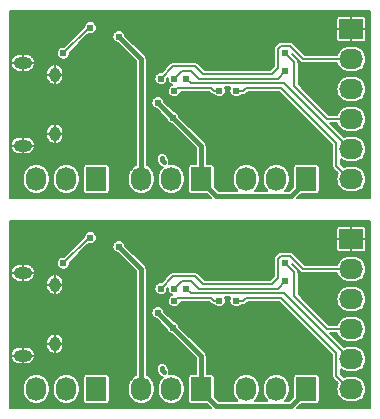
<source format=gbl>
G04 #@! TF.FileFunction,Copper,L2,Bot,Signal*
%FSLAX46Y46*%
G04 Gerber Fmt 4.6, Leading zero omitted, Abs format (unit mm)*
G04 Created by KiCad (PCBNEW 4.0.0-stable) date Monday, June 13, 2016 'PMt' 12:16:50 PM*
%MOMM*%
G01*
G04 APERTURE LIST*
%ADD10C,0.100000*%
%ADD11R,2.032000X1.727200*%
%ADD12O,2.032000X1.727200*%
%ADD13R,1.727200X2.032000*%
%ADD14O,1.727200X2.032000*%
%ADD15O,0.950000X1.250000*%
%ADD16O,1.550000X1.000000*%
%ADD17C,0.609600*%
%ADD18C,0.400000*%
%ADD19C,0.200000*%
G04 APERTURE END LIST*
D10*
D11*
X29210000Y32385000D03*
D12*
X29210000Y29845000D03*
X29210000Y27305000D03*
X29210000Y24765000D03*
X29210000Y22225000D03*
X29210000Y19685000D03*
D13*
X25400000Y19685000D03*
D14*
X22860000Y19685000D03*
X20320000Y19685000D03*
D13*
X16510000Y19685000D03*
D14*
X13970000Y19685000D03*
X11430000Y19685000D03*
D13*
X7620000Y19685000D03*
D14*
X5080000Y19685000D03*
X2540000Y19685000D03*
D15*
X4102540Y28535900D03*
X4102540Y23535900D03*
D16*
X1402540Y29535900D03*
X1402540Y22535900D03*
D15*
X4102540Y10755900D03*
X4102540Y5755900D03*
D16*
X1402540Y11755900D03*
X1402540Y4755900D03*
D13*
X16510000Y1905000D03*
D14*
X13970000Y1905000D03*
X11430000Y1905000D03*
D13*
X7620000Y1905000D03*
D14*
X5080000Y1905000D03*
X2540000Y1905000D03*
D11*
X29210000Y14605000D03*
D12*
X29210000Y12065000D03*
X29210000Y9525000D03*
X29210000Y6985000D03*
X29210000Y4445000D03*
X29210000Y1905000D03*
D13*
X25400000Y1905000D03*
D14*
X22860000Y1905000D03*
X20320000Y1905000D03*
D17*
X12827000Y26162000D03*
X14097000Y24892000D03*
X14097000Y7112000D03*
X12827000Y8382000D03*
X3810000Y32385000D03*
X1270000Y32385000D03*
X14605000Y33020000D03*
X21590000Y33020000D03*
X21844000Y25908000D03*
X6985000Y28575000D03*
X5461000Y25146000D03*
X9779000Y26416000D03*
X8509000Y26924000D03*
X6985000Y25146000D03*
X8509000Y25146000D03*
X10287000Y20828000D03*
X10668000Y25527000D03*
X9144000Y24257000D03*
X12192000Y25527000D03*
X14097000Y23876000D03*
X14097000Y6096000D03*
X8509000Y9144000D03*
X9144000Y6477000D03*
X12192000Y7747000D03*
X10668000Y7747000D03*
X9779000Y8636000D03*
X8509000Y7366000D03*
X6985000Y7366000D03*
X5461000Y7366000D03*
X3810000Y14605000D03*
X1270000Y14605000D03*
X6985000Y10795000D03*
X10287000Y3048000D03*
X21844000Y8128000D03*
X21590000Y15240000D03*
X14605000Y15240000D03*
X9525000Y31750000D03*
X9525000Y13970000D03*
X4826000Y30353000D03*
X7112000Y32512000D03*
X7112000Y14732000D03*
X4826000Y12573000D03*
X23622000Y30353000D03*
X23622000Y12573000D03*
X18034000Y27178000D03*
X14224000Y27178000D03*
X14224000Y9398000D03*
X18034000Y9398000D03*
X13081000Y28194000D03*
X13081000Y10414000D03*
X15240000Y28194000D03*
X15240000Y10414000D03*
X19431000Y27178000D03*
X19431000Y9398000D03*
X23622000Y28829000D03*
X14224000Y28194000D03*
X14224000Y10414000D03*
X23622000Y11049000D03*
D18*
X13208000Y21282939D02*
X13208000Y21463000D01*
X13360855Y21130084D02*
X13208000Y21282939D01*
X13360855Y3350084D02*
X13208000Y3502939D01*
X13208000Y3502939D02*
X13208000Y3683000D01*
X16510000Y22479000D02*
X16510000Y22098000D01*
X14097000Y24892000D02*
X16510000Y22479000D01*
X16510000Y22098000D02*
X16510000Y19685000D01*
X12827000Y26162000D02*
X14097000Y24892000D01*
X16510000Y19685000D02*
X16510000Y19532600D01*
X25400000Y19532600D02*
X25400000Y19685000D01*
X24136400Y18269000D02*
X25400000Y19532600D01*
X17773600Y18269000D02*
X24136400Y18269000D01*
X16510000Y19532600D02*
X17773600Y18269000D01*
X12827000Y8382000D02*
X14097000Y7112000D01*
X14097000Y7112000D02*
X16510000Y4699000D01*
X16510000Y4699000D02*
X16510000Y4318000D01*
X16510000Y1905000D02*
X16510000Y1752600D01*
X16510000Y1752600D02*
X17773600Y489000D01*
X17773600Y489000D02*
X24136400Y489000D01*
X24136400Y489000D02*
X25400000Y1752600D01*
X25400000Y1752600D02*
X25400000Y1905000D01*
X16510000Y4318000D02*
X16510000Y1905000D01*
X21717000Y25781000D02*
X21717000Y25527000D01*
X21844000Y25908000D02*
X21717000Y25781000D01*
X21590000Y33020000D02*
X21590000Y32385000D01*
X10287000Y20828000D02*
X10493951Y20621049D01*
X1270000Y32385000D02*
X1905000Y32385000D01*
X10287000Y3048000D02*
X10493951Y2841049D01*
X21844000Y8128000D02*
X21717000Y8001000D01*
X21717000Y8001000D02*
X21717000Y7747000D01*
X21590000Y15240000D02*
X21590000Y14605000D01*
X1270000Y14605000D02*
X1905000Y14605000D01*
X11430000Y19685000D02*
X11430000Y29845000D01*
X9525000Y31750000D02*
X11430000Y29845000D01*
X9525000Y13970000D02*
X11430000Y12065000D01*
X11430000Y1905000D02*
X11430000Y12065000D01*
D19*
X6985000Y32512000D02*
X7112000Y32512000D01*
X4826000Y30353000D02*
X6985000Y32512000D01*
X4826000Y12573000D02*
X6985000Y14732000D01*
X6985000Y14732000D02*
X7112000Y14732000D01*
X24384000Y27559000D02*
X24384000Y29591000D01*
X29210000Y24765000D02*
X27178000Y24765000D01*
X27178000Y24765000D02*
X24384000Y27559000D01*
X24384000Y29591000D02*
X23622000Y30353000D01*
X29210000Y6985000D02*
X27178000Y6985000D01*
X27178000Y6985000D02*
X24384000Y9779000D01*
X24384000Y9779000D02*
X24384000Y11811000D01*
X24384000Y11811000D02*
X23622000Y12573000D01*
X17609736Y27178000D02*
X17355736Y27432000D01*
X18034000Y27178000D02*
X17609736Y27178000D01*
X17355736Y27432000D02*
X14478000Y27432000D01*
X14478000Y27432000D02*
X14224000Y27178000D01*
X14478000Y9652000D02*
X14224000Y9398000D01*
X17355736Y9652000D02*
X14478000Y9652000D01*
X18034000Y9398000D02*
X17609736Y9398000D01*
X17609736Y9398000D02*
X17355736Y9652000D01*
X16006127Y29251813D02*
X14533215Y29251813D01*
X14533215Y29251813D02*
X14138813Y29251813D01*
X22987000Y29083000D02*
X22479000Y28575000D01*
X22479000Y28575000D02*
X16682940Y28575000D01*
X16682940Y28575000D02*
X16006127Y29251813D01*
X25146000Y29845000D02*
X24003000Y30988000D01*
X29210000Y29845000D02*
X25146000Y29845000D01*
X24003000Y30988000D02*
X23241000Y30988000D01*
X22987000Y30734000D02*
X22987000Y29083000D01*
X23241000Y30988000D02*
X22987000Y30734000D01*
X14138813Y29251813D02*
X13081000Y28194000D01*
X14533215Y11471813D02*
X14138813Y11471813D01*
X14138813Y11471813D02*
X13081000Y10414000D01*
X16006127Y11471813D02*
X14533215Y11471813D01*
X22479000Y10795000D02*
X16682940Y10795000D01*
X16682940Y10795000D02*
X16006127Y11471813D01*
X29210000Y12065000D02*
X25146000Y12065000D01*
X23241000Y13208000D02*
X22987000Y12954000D01*
X22987000Y12954000D02*
X22987000Y11303000D01*
X22987000Y11303000D02*
X22479000Y10795000D01*
X25146000Y12065000D02*
X24003000Y13208000D01*
X24003000Y13208000D02*
X23241000Y13208000D01*
X15240000Y28194000D02*
X15621000Y27813000D01*
X23469600Y27813000D02*
X29057600Y22225000D01*
X15621000Y27813000D02*
X23469600Y27813000D01*
X29057600Y22225000D02*
X29210000Y22225000D01*
X15240000Y10414000D02*
X15621000Y10033000D01*
X15621000Y10033000D02*
X23469600Y10033000D01*
X23469600Y10033000D02*
X29057600Y4445000D01*
X29057600Y4445000D02*
X29210000Y4445000D01*
X20066000Y27178000D02*
X20320000Y27432000D01*
X19431000Y27178000D02*
X20066000Y27178000D01*
X23241000Y27432000D02*
X27940000Y22733000D01*
X20320000Y27432000D02*
X23241000Y27432000D01*
X29057600Y19685000D02*
X29210000Y19685000D01*
X27940000Y20802600D02*
X29057600Y19685000D01*
X27940000Y22733000D02*
X27940000Y20802600D01*
X19431000Y9398000D02*
X20066000Y9398000D01*
X20066000Y9398000D02*
X20320000Y9652000D01*
X20320000Y9652000D02*
X23241000Y9652000D01*
X23241000Y9652000D02*
X27940000Y4953000D01*
X27940000Y4953000D02*
X27940000Y3022600D01*
X27940000Y3022600D02*
X29057600Y1905000D01*
X29057600Y1905000D02*
X29210000Y1905000D01*
X15101846Y28873402D02*
X15043804Y28873402D01*
X15101846Y28873402D02*
X14903402Y28873402D01*
X15632154Y28873402D02*
X15101846Y28873402D01*
X16303987Y28201569D02*
X15632154Y28873402D01*
X14903402Y28873402D02*
X14224000Y28194000D01*
X22994569Y28201569D02*
X16303987Y28201569D01*
X23622000Y28829000D02*
X22994569Y28201569D01*
X15101846Y11093402D02*
X14903402Y11093402D01*
X14903402Y11093402D02*
X14224000Y10414000D01*
X15101846Y11093402D02*
X15043804Y11093402D01*
X15632154Y11093402D02*
X15101846Y11093402D01*
X16303987Y10421569D02*
X15632154Y11093402D01*
X22994569Y10421569D02*
X16303987Y10421569D01*
X23622000Y11049000D02*
X22994569Y10421569D01*
G36*
X30787600Y327400D02*
X24614590Y327400D01*
X24922569Y635379D01*
X26263600Y635379D01*
X26303794Y638584D01*
X26371967Y659696D01*
X26431559Y698965D01*
X26477852Y753281D01*
X26507180Y818343D01*
X26517221Y889000D01*
X26517221Y2921000D01*
X26514016Y2961194D01*
X26492904Y3029367D01*
X26453635Y3088959D01*
X26399319Y3135252D01*
X26334257Y3164580D01*
X26263600Y3174621D01*
X24536400Y3174621D01*
X24496206Y3171416D01*
X24428033Y3150304D01*
X24368441Y3111035D01*
X24322148Y3056719D01*
X24292820Y2991657D01*
X24282779Y2921000D01*
X24282779Y1275169D01*
X23949010Y941400D01*
X23631233Y941400D01*
X23640824Y949111D01*
X23780827Y1115960D01*
X23885755Y1306824D01*
X23951613Y1514434D01*
X23975891Y1730881D01*
X23976000Y1746463D01*
X23976000Y2063537D01*
X23954746Y2280303D01*
X23891793Y2488812D01*
X23789540Y2681122D01*
X23651881Y2849909D01*
X23484059Y2988743D01*
X23292467Y3092336D01*
X23084403Y3156743D01*
X22867791Y3179510D01*
X22650882Y3159770D01*
X22441939Y3098274D01*
X22248919Y2997366D01*
X22079176Y2860889D01*
X21939173Y2694040D01*
X21834245Y2503176D01*
X21768387Y2295566D01*
X21744109Y2079119D01*
X21744000Y2063537D01*
X21744000Y1746463D01*
X21765254Y1529697D01*
X21828207Y1321188D01*
X21930460Y1128878D01*
X22068119Y960091D01*
X22090713Y941400D01*
X21091233Y941400D01*
X21100824Y949111D01*
X21240827Y1115960D01*
X21345755Y1306824D01*
X21411613Y1514434D01*
X21435891Y1730881D01*
X21436000Y1746463D01*
X21436000Y2063537D01*
X21414746Y2280303D01*
X21351793Y2488812D01*
X21249540Y2681122D01*
X21111881Y2849909D01*
X20944059Y2988743D01*
X20752467Y3092336D01*
X20544403Y3156743D01*
X20327791Y3179510D01*
X20110882Y3159770D01*
X19901939Y3098274D01*
X19708919Y2997366D01*
X19539176Y2860889D01*
X19399173Y2694040D01*
X19294245Y2503176D01*
X19228387Y2295566D01*
X19204109Y2079119D01*
X19204000Y2063537D01*
X19204000Y1746463D01*
X19225254Y1529697D01*
X19288207Y1321188D01*
X19390460Y1128878D01*
X19528119Y960091D01*
X19550713Y941400D01*
X17960990Y941400D01*
X17627221Y1275169D01*
X17627221Y2921000D01*
X17624016Y2961194D01*
X17602904Y3029367D01*
X17563635Y3088959D01*
X17509319Y3135252D01*
X17444257Y3164580D01*
X17373600Y3174621D01*
X16962400Y3174621D01*
X16962400Y4699000D01*
X16958317Y4740639D01*
X16954679Y4782220D01*
X16954017Y4784500D01*
X16953784Y4786872D01*
X16941693Y4826921D01*
X16930047Y4867007D01*
X16928953Y4869118D01*
X16928265Y4871396D01*
X16908630Y4908325D01*
X16889414Y4945395D01*
X16887932Y4947252D01*
X16886814Y4949354D01*
X16860379Y4981767D01*
X16834330Y5014398D01*
X16831069Y5017704D01*
X16831010Y5017777D01*
X16830943Y5017833D01*
X16829895Y5018895D01*
X14647328Y7201462D01*
X14632999Y7273828D01*
X14591359Y7374855D01*
X14530888Y7465871D01*
X14453891Y7543407D01*
X14363300Y7604512D01*
X14262566Y7646857D01*
X14186272Y7662518D01*
X13377328Y8471462D01*
X13362999Y8543828D01*
X13321359Y8644855D01*
X13260888Y8735871D01*
X13183891Y8813407D01*
X13093300Y8874512D01*
X12992566Y8916857D01*
X12885525Y8938829D01*
X12776255Y8939592D01*
X12668918Y8919116D01*
X12567602Y8878182D01*
X12476167Y8818348D01*
X12398095Y8741894D01*
X12336359Y8651732D01*
X12293312Y8551296D01*
X12270593Y8444411D01*
X12269068Y8335149D01*
X12288793Y8227672D01*
X12329019Y8126073D01*
X12388213Y8034222D01*
X12464120Y7955618D01*
X12553849Y7893254D01*
X12653983Y7849507D01*
X12738224Y7830986D01*
X13546937Y7022273D01*
X13558793Y6957672D01*
X13599019Y6856073D01*
X13658213Y6764222D01*
X13734120Y6685618D01*
X13823849Y6623254D01*
X13923983Y6579507D01*
X14008224Y6560986D01*
X16057600Y4511610D01*
X16057600Y3174621D01*
X15646400Y3174621D01*
X15606206Y3171416D01*
X15538033Y3150304D01*
X15478441Y3111035D01*
X15432148Y3056719D01*
X15402820Y2991657D01*
X15392779Y2921000D01*
X15392779Y889000D01*
X15395984Y848806D01*
X15417096Y780633D01*
X15456365Y721041D01*
X15510681Y674748D01*
X15575743Y645420D01*
X15646400Y635379D01*
X16987431Y635379D01*
X17295410Y327400D01*
X327400Y327400D01*
X327400Y2063537D01*
X1424000Y2063537D01*
X1424000Y1746463D01*
X1445254Y1529697D01*
X1508207Y1321188D01*
X1610460Y1128878D01*
X1748119Y960091D01*
X1915941Y821257D01*
X2107533Y717664D01*
X2315597Y653257D01*
X2532209Y630490D01*
X2749118Y650230D01*
X2958061Y711726D01*
X3151081Y812634D01*
X3320824Y949111D01*
X3460827Y1115960D01*
X3565755Y1306824D01*
X3631613Y1514434D01*
X3655891Y1730881D01*
X3656000Y1746463D01*
X3656000Y2063537D01*
X3964000Y2063537D01*
X3964000Y1746463D01*
X3985254Y1529697D01*
X4048207Y1321188D01*
X4150460Y1128878D01*
X4288119Y960091D01*
X4455941Y821257D01*
X4647533Y717664D01*
X4855597Y653257D01*
X5072209Y630490D01*
X5289118Y650230D01*
X5498061Y711726D01*
X5691081Y812634D01*
X5860824Y949111D01*
X6000827Y1115960D01*
X6105755Y1306824D01*
X6171613Y1514434D01*
X6195891Y1730881D01*
X6196000Y1746463D01*
X6196000Y2063537D01*
X6174746Y2280303D01*
X6111793Y2488812D01*
X6009540Y2681122D01*
X5871881Y2849909D01*
X5785947Y2921000D01*
X6502779Y2921000D01*
X6502779Y889000D01*
X6505984Y848806D01*
X6527096Y780633D01*
X6566365Y721041D01*
X6620681Y674748D01*
X6685743Y645420D01*
X6756400Y635379D01*
X8483600Y635379D01*
X8523794Y638584D01*
X8591967Y659696D01*
X8651559Y698965D01*
X8697852Y753281D01*
X8727180Y818343D01*
X8737221Y889000D01*
X8737221Y2921000D01*
X8734016Y2961194D01*
X8712904Y3029367D01*
X8673635Y3088959D01*
X8619319Y3135252D01*
X8554257Y3164580D01*
X8483600Y3174621D01*
X6756400Y3174621D01*
X6716206Y3171416D01*
X6648033Y3150304D01*
X6588441Y3111035D01*
X6542148Y3056719D01*
X6512820Y2991657D01*
X6502779Y2921000D01*
X5785947Y2921000D01*
X5704059Y2988743D01*
X5512467Y3092336D01*
X5304403Y3156743D01*
X5087791Y3179510D01*
X4870882Y3159770D01*
X4661939Y3098274D01*
X4468919Y2997366D01*
X4299176Y2860889D01*
X4159173Y2694040D01*
X4054245Y2503176D01*
X3988387Y2295566D01*
X3964109Y2079119D01*
X3964000Y2063537D01*
X3656000Y2063537D01*
X3634746Y2280303D01*
X3571793Y2488812D01*
X3469540Y2681122D01*
X3331881Y2849909D01*
X3164059Y2988743D01*
X2972467Y3092336D01*
X2764403Y3156743D01*
X2547791Y3179510D01*
X2330882Y3159770D01*
X2121939Y3098274D01*
X1928919Y2997366D01*
X1759176Y2860889D01*
X1619173Y2694040D01*
X1514245Y2503176D01*
X1448387Y2295566D01*
X1424109Y2079119D01*
X1424000Y2063537D01*
X327400Y2063537D01*
X327400Y4638194D01*
X384404Y4638194D01*
X389596Y4609120D01*
X432411Y4467975D01*
X501939Y4337894D01*
X595509Y4223877D01*
X709524Y4130305D01*
X839604Y4060775D01*
X980749Y4017958D01*
X1127535Y4003500D01*
X1402535Y4003500D01*
X1402535Y4755895D01*
X1402545Y4755895D01*
X1402545Y4003500D01*
X1677545Y4003500D01*
X1824331Y4017958D01*
X1965476Y4060775D01*
X2095556Y4130305D01*
X2209571Y4223877D01*
X2303141Y4337894D01*
X2372669Y4467975D01*
X2415484Y4609120D01*
X2420676Y4638194D01*
X2366840Y4755895D01*
X1402545Y4755895D01*
X1402535Y4755895D01*
X438240Y4755895D01*
X384404Y4638194D01*
X327400Y4638194D01*
X327400Y4873606D01*
X384404Y4873606D01*
X438240Y4755905D01*
X1402535Y4755905D01*
X1402535Y5508300D01*
X1402545Y5508300D01*
X1402545Y4755905D01*
X2366840Y4755905D01*
X2420676Y4873606D01*
X2415484Y4902680D01*
X2372669Y5043825D01*
X2303141Y5173906D01*
X2209571Y5287923D01*
X2095556Y5381495D01*
X1965476Y5451025D01*
X1824331Y5493842D01*
X1677545Y5508300D01*
X1402545Y5508300D01*
X1402535Y5508300D01*
X1127535Y5508300D01*
X980749Y5493842D01*
X839604Y5451025D01*
X709524Y5381495D01*
X595509Y5287923D01*
X501939Y5173906D01*
X432411Y5043825D01*
X389596Y4902680D01*
X384404Y4873606D01*
X327400Y4873606D01*
X327400Y5755895D01*
X3375140Y5755895D01*
X3375140Y5605895D01*
X3389118Y5463986D01*
X3430512Y5327531D01*
X3497732Y5201774D01*
X3588194Y5091547D01*
X3698422Y5001086D01*
X3824180Y4933868D01*
X3960636Y4892476D01*
X3988745Y4887456D01*
X4102535Y4941600D01*
X4102535Y5755895D01*
X4102545Y5755895D01*
X4102545Y4941600D01*
X4216335Y4887456D01*
X4244444Y4892476D01*
X4380900Y4933868D01*
X4506658Y5001086D01*
X4616886Y5091547D01*
X4707348Y5201774D01*
X4774568Y5327531D01*
X4815962Y5463986D01*
X4829940Y5605895D01*
X4829940Y5755895D01*
X4102545Y5755895D01*
X4102535Y5755895D01*
X3375140Y5755895D01*
X327400Y5755895D01*
X327400Y5905905D01*
X3375140Y5905905D01*
X3375140Y5755905D01*
X4102535Y5755905D01*
X4102535Y6570200D01*
X4102545Y6570200D01*
X4102545Y5755905D01*
X4829940Y5755905D01*
X4829940Y5905905D01*
X4815962Y6047814D01*
X4774568Y6184269D01*
X4707348Y6310026D01*
X4616886Y6420253D01*
X4506658Y6510714D01*
X4380900Y6577932D01*
X4244444Y6619324D01*
X4216335Y6624344D01*
X4102545Y6570200D01*
X4102535Y6570200D01*
X3988745Y6624344D01*
X3960636Y6619324D01*
X3824180Y6577932D01*
X3698422Y6510714D01*
X3588194Y6420253D01*
X3497732Y6310026D01*
X3430512Y6184269D01*
X3389118Y6047814D01*
X3375140Y5905905D01*
X327400Y5905905D01*
X327400Y10755895D01*
X3375140Y10755895D01*
X3375140Y10605895D01*
X3389118Y10463986D01*
X3430512Y10327531D01*
X3497732Y10201774D01*
X3588194Y10091547D01*
X3698422Y10001086D01*
X3824180Y9933868D01*
X3960636Y9892476D01*
X3988745Y9887456D01*
X4102535Y9941600D01*
X4102535Y10755895D01*
X4102545Y10755895D01*
X4102545Y9941600D01*
X4216335Y9887456D01*
X4244444Y9892476D01*
X4380900Y9933868D01*
X4506658Y10001086D01*
X4616886Y10091547D01*
X4707348Y10201774D01*
X4774568Y10327531D01*
X4815962Y10463986D01*
X4829940Y10605895D01*
X4829940Y10755895D01*
X4102545Y10755895D01*
X4102535Y10755895D01*
X3375140Y10755895D01*
X327400Y10755895D01*
X327400Y10905905D01*
X3375140Y10905905D01*
X3375140Y10755905D01*
X4102535Y10755905D01*
X4102535Y11570200D01*
X4102545Y11570200D01*
X4102545Y10755905D01*
X4829940Y10755905D01*
X4829940Y10905905D01*
X4815962Y11047814D01*
X4774568Y11184269D01*
X4707348Y11310026D01*
X4616886Y11420253D01*
X4506658Y11510714D01*
X4380900Y11577932D01*
X4244444Y11619324D01*
X4216335Y11624344D01*
X4102545Y11570200D01*
X4102535Y11570200D01*
X3988745Y11624344D01*
X3960636Y11619324D01*
X3824180Y11577932D01*
X3698422Y11510714D01*
X3588194Y11420253D01*
X3497732Y11310026D01*
X3430512Y11184269D01*
X3389118Y11047814D01*
X3375140Y10905905D01*
X327400Y10905905D01*
X327400Y11638194D01*
X384404Y11638194D01*
X389596Y11609120D01*
X432411Y11467975D01*
X501939Y11337894D01*
X595509Y11223877D01*
X709524Y11130305D01*
X839604Y11060775D01*
X980749Y11017958D01*
X1127535Y11003500D01*
X1402535Y11003500D01*
X1402535Y11755895D01*
X1402545Y11755895D01*
X1402545Y11003500D01*
X1677545Y11003500D01*
X1824331Y11017958D01*
X1965476Y11060775D01*
X2095556Y11130305D01*
X2209571Y11223877D01*
X2303141Y11337894D01*
X2372669Y11467975D01*
X2415484Y11609120D01*
X2420676Y11638194D01*
X2366840Y11755895D01*
X1402545Y11755895D01*
X1402535Y11755895D01*
X438240Y11755895D01*
X384404Y11638194D01*
X327400Y11638194D01*
X327400Y11873606D01*
X384404Y11873606D01*
X438240Y11755905D01*
X1402535Y11755905D01*
X1402535Y12508300D01*
X1402545Y12508300D01*
X1402545Y11755905D01*
X2366840Y11755905D01*
X2420676Y11873606D01*
X2415484Y11902680D01*
X2372669Y12043825D01*
X2303141Y12173906D01*
X2209571Y12287923D01*
X2095556Y12381495D01*
X1965476Y12451025D01*
X1824331Y12493842D01*
X1677545Y12508300D01*
X1402545Y12508300D01*
X1402535Y12508300D01*
X1127535Y12508300D01*
X980749Y12493842D01*
X839604Y12451025D01*
X709524Y12381495D01*
X595509Y12287923D01*
X501939Y12173906D01*
X432411Y12043825D01*
X389596Y11902680D01*
X384404Y11873606D01*
X327400Y11873606D01*
X327400Y12526149D01*
X4268068Y12526149D01*
X4287793Y12418672D01*
X4328019Y12317073D01*
X4387213Y12225222D01*
X4463120Y12146618D01*
X4552849Y12084254D01*
X4652983Y12040507D01*
X4759706Y12017043D01*
X4868955Y12014754D01*
X4976567Y12033729D01*
X5078445Y12073245D01*
X5170706Y12131796D01*
X5249839Y12207152D01*
X5312827Y12296444D01*
X5357272Y12396269D01*
X5381481Y12502826D01*
X5383224Y12627636D01*
X5382527Y12631159D01*
X6674517Y13923149D01*
X8967068Y13923149D01*
X8986793Y13815672D01*
X9027019Y13714073D01*
X9086213Y13622222D01*
X9162120Y13543618D01*
X9251849Y13481254D01*
X9351983Y13437507D01*
X9436224Y13418986D01*
X10977600Y11877610D01*
X10977600Y3080322D01*
X10818919Y2997366D01*
X10649176Y2860889D01*
X10509173Y2694040D01*
X10404245Y2503176D01*
X10338387Y2295566D01*
X10314109Y2079119D01*
X10314000Y2063537D01*
X10314000Y1746463D01*
X10335254Y1529697D01*
X10398207Y1321188D01*
X10500460Y1128878D01*
X10638119Y960091D01*
X10805941Y821257D01*
X10997533Y717664D01*
X11205597Y653257D01*
X11422209Y630490D01*
X11639118Y650230D01*
X11848061Y711726D01*
X12041081Y812634D01*
X12210824Y949111D01*
X12350827Y1115960D01*
X12455755Y1306824D01*
X12521613Y1514434D01*
X12545891Y1730881D01*
X12546000Y1746463D01*
X12546000Y2063537D01*
X12524746Y2280303D01*
X12461793Y2488812D01*
X12359540Y2681122D01*
X12221881Y2849909D01*
X12054059Y2988743D01*
X11882400Y3081558D01*
X11882400Y3683000D01*
X12755600Y3683000D01*
X12755600Y3502939D01*
X12759678Y3461346D01*
X12763320Y3419720D01*
X12763984Y3417435D01*
X12764216Y3415067D01*
X12776299Y3375047D01*
X12787953Y3334932D01*
X12789047Y3332821D01*
X12789735Y3330543D01*
X12809370Y3293614D01*
X12828586Y3256544D01*
X12830068Y3254687D01*
X12831186Y3252585D01*
X12857621Y3220172D01*
X12883670Y3187541D01*
X12886931Y3184235D01*
X12886990Y3184162D01*
X12887057Y3184106D01*
X12888105Y3183044D01*
X13040960Y3030189D01*
X13109187Y2974146D01*
X13187000Y2932423D01*
X13253036Y2912234D01*
X13189176Y2860889D01*
X13049173Y2694040D01*
X12944245Y2503176D01*
X12878387Y2295566D01*
X12854109Y2079119D01*
X12854000Y2063537D01*
X12854000Y1746463D01*
X12875254Y1529697D01*
X12938207Y1321188D01*
X13040460Y1128878D01*
X13178119Y960091D01*
X13345941Y821257D01*
X13537533Y717664D01*
X13745597Y653257D01*
X13962209Y630490D01*
X14179118Y650230D01*
X14388061Y711726D01*
X14581081Y812634D01*
X14750824Y949111D01*
X14890827Y1115960D01*
X14995755Y1306824D01*
X15061613Y1514434D01*
X15085891Y1730881D01*
X15086000Y1746463D01*
X15086000Y2063537D01*
X15064746Y2280303D01*
X15001793Y2488812D01*
X14899540Y2681122D01*
X14761881Y2849909D01*
X14594059Y2988743D01*
X14402467Y3092336D01*
X14194403Y3156743D01*
X13977791Y3179510D01*
X13770377Y3160634D01*
X13777292Y3173317D01*
X13803695Y3257570D01*
X13813230Y3345347D01*
X13805535Y3433303D01*
X13780902Y3518091D01*
X13740270Y3596479D01*
X13685185Y3665482D01*
X13680750Y3669979D01*
X13659603Y3691126D01*
X13651784Y3770872D01*
X13626265Y3855396D01*
X13584814Y3933354D01*
X13529010Y4001777D01*
X13460979Y4058057D01*
X13383312Y4100051D01*
X13298968Y4126160D01*
X13211158Y4135389D01*
X13123229Y4127387D01*
X13038528Y4102458D01*
X12960282Y4061552D01*
X12891472Y4006227D01*
X12834719Y3938591D01*
X12792183Y3861219D01*
X12765486Y3777059D01*
X12755644Y3689316D01*
X12755600Y3683000D01*
X11882400Y3683000D01*
X11882400Y10367149D01*
X12523068Y10367149D01*
X12542793Y10259672D01*
X12583019Y10158073D01*
X12642213Y10066222D01*
X12718120Y9987618D01*
X12807849Y9925254D01*
X12907983Y9881507D01*
X13014706Y9858043D01*
X13123955Y9855754D01*
X13231567Y9874729D01*
X13333445Y9914245D01*
X13425706Y9972796D01*
X13504839Y10048152D01*
X13567827Y10137444D01*
X13612272Y10237269D01*
X13636481Y10343826D01*
X13638224Y10468636D01*
X13637527Y10472158D01*
X13674561Y10509193D01*
X13667593Y10476411D01*
X13666068Y10367149D01*
X13685793Y10259672D01*
X13726019Y10158073D01*
X13785213Y10066222D01*
X13861120Y9987618D01*
X13950849Y9925254D01*
X13994407Y9906224D01*
X13964602Y9894182D01*
X13873167Y9834348D01*
X13795095Y9757894D01*
X13733359Y9667732D01*
X13690312Y9567296D01*
X13667593Y9460411D01*
X13666068Y9351149D01*
X13685793Y9243672D01*
X13726019Y9142073D01*
X13785213Y9050222D01*
X13861120Y8971618D01*
X13950849Y8909254D01*
X14050983Y8865507D01*
X14157706Y8842043D01*
X14266955Y8839754D01*
X14374567Y8858729D01*
X14476445Y8898245D01*
X14568706Y8956796D01*
X14647839Y9032152D01*
X14710827Y9121444D01*
X14755272Y9221269D01*
X14773068Y9299600D01*
X17209768Y9299600D01*
X17360551Y9148816D01*
X17385741Y9128125D01*
X17410642Y9107230D01*
X17412263Y9106339D01*
X17413697Y9105161D01*
X17442415Y9089763D01*
X17470911Y9074097D01*
X17472676Y9073537D01*
X17474310Y9072661D01*
X17505428Y9063148D01*
X17536468Y9053301D01*
X17538312Y9053094D01*
X17540082Y9052553D01*
X17572441Y9049266D01*
X17599015Y9046285D01*
X17671120Y8971618D01*
X17760849Y8909254D01*
X17860983Y8865507D01*
X17967706Y8842043D01*
X18076955Y8839754D01*
X18184567Y8858729D01*
X18286445Y8898245D01*
X18378706Y8956796D01*
X18457839Y9032152D01*
X18520827Y9121444D01*
X18565272Y9221269D01*
X18589481Y9327826D01*
X18591224Y9452636D01*
X18569999Y9559828D01*
X18528359Y9660855D01*
X18515240Y9680600D01*
X18949170Y9680600D01*
X18940359Y9667732D01*
X18897312Y9567296D01*
X18874593Y9460411D01*
X18873068Y9351149D01*
X18892793Y9243672D01*
X18933019Y9142073D01*
X18992213Y9050222D01*
X19068120Y8971618D01*
X19157849Y8909254D01*
X19257983Y8865507D01*
X19364706Y8842043D01*
X19473955Y8839754D01*
X19581567Y8858729D01*
X19683445Y8898245D01*
X19775706Y8956796D01*
X19854839Y9032152D01*
X19864325Y9045600D01*
X20066000Y9045600D01*
X20098462Y9048783D01*
X20130825Y9051614D01*
X20132601Y9052130D01*
X20134448Y9052311D01*
X20165653Y9061733D01*
X20196870Y9070802D01*
X20198514Y9071654D01*
X20200289Y9072190D01*
X20229037Y9087476D01*
X20257931Y9102453D01*
X20259380Y9103609D01*
X20261015Y9104479D01*
X20286246Y9125057D01*
X20311681Y9145361D01*
X20314255Y9147900D01*
X20314313Y9147947D01*
X20314358Y9148001D01*
X20315184Y9148816D01*
X20465969Y9299600D01*
X23095032Y9299600D01*
X27587600Y4807031D01*
X27587600Y3022600D01*
X27590783Y2990138D01*
X27593614Y2957775D01*
X27594130Y2955999D01*
X27594311Y2954152D01*
X27603733Y2922947D01*
X27612802Y2891730D01*
X27613654Y2890086D01*
X27614190Y2888311D01*
X27629476Y2859563D01*
X27644453Y2830669D01*
X27645609Y2829220D01*
X27646479Y2827585D01*
X27667057Y2802354D01*
X27687361Y2776919D01*
X27689900Y2774345D01*
X27689947Y2774287D01*
X27690001Y2774242D01*
X27690816Y2773416D01*
X28059197Y2405035D01*
X28022664Y2337467D01*
X27958257Y2129403D01*
X27935490Y1912791D01*
X27955230Y1695882D01*
X28016726Y1486939D01*
X28117634Y1293919D01*
X28254111Y1124176D01*
X28420960Y984173D01*
X28611824Y879245D01*
X28819434Y813387D01*
X29035881Y789109D01*
X29051463Y789000D01*
X29368537Y789000D01*
X29585303Y810254D01*
X29793812Y873207D01*
X29986122Y975460D01*
X30154909Y1113119D01*
X30293743Y1280941D01*
X30397336Y1472533D01*
X30461743Y1680597D01*
X30484510Y1897209D01*
X30464770Y2114118D01*
X30403274Y2323061D01*
X30302366Y2516081D01*
X30165889Y2685824D01*
X29999040Y2825827D01*
X29808176Y2930755D01*
X29600566Y2996613D01*
X29384119Y3020891D01*
X29368537Y3021000D01*
X29051463Y3021000D01*
X28834697Y2999746D01*
X28626188Y2936793D01*
X28559587Y2901381D01*
X28292400Y3168568D01*
X28292400Y3632048D01*
X28420960Y3524173D01*
X28611824Y3419245D01*
X28819434Y3353387D01*
X29035881Y3329109D01*
X29051463Y3329000D01*
X29368537Y3329000D01*
X29585303Y3350254D01*
X29793812Y3413207D01*
X29986122Y3515460D01*
X30154909Y3653119D01*
X30293743Y3820941D01*
X30397336Y4012533D01*
X30461743Y4220597D01*
X30484510Y4437209D01*
X30464770Y4654118D01*
X30403274Y4863061D01*
X30302366Y5056081D01*
X30165889Y5225824D01*
X29999040Y5365827D01*
X29808176Y5470755D01*
X29600566Y5536613D01*
X29384119Y5560891D01*
X29368537Y5561000D01*
X29051463Y5561000D01*
X28834697Y5539746D01*
X28626188Y5476793D01*
X28559588Y5441381D01*
X27368369Y6632600D01*
X27997401Y6632600D01*
X28016726Y6566939D01*
X28117634Y6373919D01*
X28254111Y6204176D01*
X28420960Y6064173D01*
X28611824Y5959245D01*
X28819434Y5893387D01*
X29035881Y5869109D01*
X29051463Y5869000D01*
X29368537Y5869000D01*
X29585303Y5890254D01*
X29793812Y5953207D01*
X29986122Y6055460D01*
X30154909Y6193119D01*
X30293743Y6360941D01*
X30397336Y6552533D01*
X30461743Y6760597D01*
X30484510Y6977209D01*
X30464770Y7194118D01*
X30403274Y7403061D01*
X30302366Y7596081D01*
X30165889Y7765824D01*
X29999040Y7905827D01*
X29808176Y8010755D01*
X29600566Y8076613D01*
X29384119Y8100891D01*
X29368537Y8101000D01*
X29051463Y8101000D01*
X28834697Y8079746D01*
X28626188Y8016793D01*
X28433878Y7914540D01*
X28265091Y7776881D01*
X28126257Y7609059D01*
X28022664Y7417467D01*
X27997879Y7337400D01*
X27323969Y7337400D01*
X25128578Y9532791D01*
X27935490Y9532791D01*
X27955230Y9315882D01*
X28016726Y9106939D01*
X28117634Y8913919D01*
X28254111Y8744176D01*
X28420960Y8604173D01*
X28611824Y8499245D01*
X28819434Y8433387D01*
X29035881Y8409109D01*
X29051463Y8409000D01*
X29368537Y8409000D01*
X29585303Y8430254D01*
X29793812Y8493207D01*
X29986122Y8595460D01*
X30154909Y8733119D01*
X30293743Y8900941D01*
X30397336Y9092533D01*
X30461743Y9300597D01*
X30484510Y9517209D01*
X30464770Y9734118D01*
X30403274Y9943061D01*
X30302366Y10136081D01*
X30165889Y10305824D01*
X29999040Y10445827D01*
X29808176Y10550755D01*
X29600566Y10616613D01*
X29384119Y10640891D01*
X29368537Y10641000D01*
X29051463Y10641000D01*
X28834697Y10619746D01*
X28626188Y10556793D01*
X28433878Y10454540D01*
X28265091Y10316881D01*
X28126257Y10149059D01*
X28022664Y9957467D01*
X27958257Y9749403D01*
X27935490Y9532791D01*
X25128578Y9532791D01*
X24736400Y9924968D01*
X24736400Y11811000D01*
X24733217Y11843465D01*
X24730386Y11875825D01*
X24729870Y11877601D01*
X24729689Y11879448D01*
X24720267Y11910653D01*
X24711198Y11941870D01*
X24710346Y11943514D01*
X24709810Y11945289D01*
X24694524Y11974037D01*
X24679547Y12002931D01*
X24678390Y12004380D01*
X24677521Y12006015D01*
X24656968Y12031216D01*
X24636640Y12056681D01*
X24634096Y12059261D01*
X24634053Y12059313D01*
X24634004Y12059353D01*
X24633185Y12060184D01*
X24177661Y12515708D01*
X24177926Y12534705D01*
X24896815Y11815816D01*
X24922005Y11795125D01*
X24946906Y11774230D01*
X24948527Y11773339D01*
X24949961Y11772161D01*
X24978679Y11756763D01*
X25007175Y11741097D01*
X25008940Y11740537D01*
X25010574Y11739661D01*
X25041692Y11730148D01*
X25072732Y11720301D01*
X25074576Y11720094D01*
X25076346Y11719553D01*
X25108701Y11716266D01*
X25141080Y11712634D01*
X25144701Y11712609D01*
X25144770Y11712602D01*
X25144834Y11712608D01*
X25146000Y11712600D01*
X27997401Y11712600D01*
X28016726Y11646939D01*
X28117634Y11453919D01*
X28254111Y11284176D01*
X28420960Y11144173D01*
X28611824Y11039245D01*
X28819434Y10973387D01*
X29035881Y10949109D01*
X29051463Y10949000D01*
X29368537Y10949000D01*
X29585303Y10970254D01*
X29793812Y11033207D01*
X29986122Y11135460D01*
X30154909Y11273119D01*
X30293743Y11440941D01*
X30397336Y11632533D01*
X30461743Y11840597D01*
X30484510Y12057209D01*
X30464770Y12274118D01*
X30403274Y12483061D01*
X30302366Y12676081D01*
X30165889Y12845824D01*
X29999040Y12985827D01*
X29808176Y13090755D01*
X29600566Y13156613D01*
X29384119Y13180891D01*
X29368537Y13181000D01*
X29051463Y13181000D01*
X28834697Y13159746D01*
X28626188Y13096793D01*
X28433878Y12994540D01*
X28265091Y12856881D01*
X28126257Y12689059D01*
X28022664Y12497467D01*
X27997879Y12417400D01*
X25291969Y12417400D01*
X24252184Y13457184D01*
X24227020Y13477855D01*
X24202094Y13498770D01*
X24200473Y13499661D01*
X24199039Y13500839D01*
X24170321Y13516237D01*
X24141825Y13531903D01*
X24140060Y13532463D01*
X24138426Y13533339D01*
X24107308Y13542852D01*
X24076268Y13552699D01*
X24074424Y13552906D01*
X24072654Y13553447D01*
X24040299Y13556734D01*
X24007920Y13560366D01*
X24004299Y13560391D01*
X24004230Y13560398D01*
X24004166Y13560392D01*
X24003000Y13560400D01*
X23241000Y13560400D01*
X23208538Y13557217D01*
X23176175Y13554386D01*
X23174399Y13553870D01*
X23172552Y13553689D01*
X23141347Y13544267D01*
X23110130Y13535198D01*
X23108486Y13534346D01*
X23106711Y13533810D01*
X23077963Y13518524D01*
X23049069Y13503547D01*
X23047620Y13502390D01*
X23045985Y13501521D01*
X23020778Y13480963D01*
X22995318Y13460639D01*
X22992739Y13458096D01*
X22992687Y13458053D01*
X22992647Y13458004D01*
X22991815Y13457184D01*
X22737816Y13203184D01*
X22717145Y13178020D01*
X22696230Y13153094D01*
X22695339Y13151473D01*
X22694161Y13150039D01*
X22678763Y13121321D01*
X22663097Y13092825D01*
X22662537Y13091060D01*
X22661661Y13089426D01*
X22652148Y13058308D01*
X22642301Y13027268D01*
X22642094Y13025424D01*
X22641553Y13023654D01*
X22638266Y12991299D01*
X22634634Y12958920D01*
X22634609Y12955299D01*
X22634602Y12955230D01*
X22634608Y12955166D01*
X22634600Y12954000D01*
X22634600Y11448969D01*
X22333032Y11147400D01*
X16828909Y11147400D01*
X16255311Y11720997D01*
X16230147Y11741668D01*
X16205221Y11762583D01*
X16203600Y11763474D01*
X16202166Y11764652D01*
X16173448Y11780050D01*
X16144952Y11795716D01*
X16143187Y11796276D01*
X16141553Y11797152D01*
X16110435Y11806665D01*
X16079395Y11816512D01*
X16077551Y11816719D01*
X16075781Y11817260D01*
X16043426Y11820547D01*
X16011047Y11824179D01*
X16007426Y11824204D01*
X16007357Y11824211D01*
X16007293Y11824205D01*
X16006127Y11824213D01*
X14138813Y11824213D01*
X14106351Y11821030D01*
X14073988Y11818199D01*
X14072212Y11817683D01*
X14070365Y11817502D01*
X14039160Y11808080D01*
X14007943Y11799011D01*
X14006299Y11798159D01*
X14004524Y11797623D01*
X13975776Y11782337D01*
X13946882Y11767360D01*
X13945433Y11766203D01*
X13943798Y11765334D01*
X13918591Y11744776D01*
X13893131Y11724452D01*
X13890552Y11721909D01*
X13890500Y11721866D01*
X13890460Y11721817D01*
X13889628Y11720997D01*
X13139461Y10970829D01*
X13030255Y10971592D01*
X12922918Y10951116D01*
X12821602Y10910182D01*
X12730167Y10850348D01*
X12652095Y10773894D01*
X12590359Y10683732D01*
X12547312Y10583296D01*
X12524593Y10476411D01*
X12523068Y10367149D01*
X11882400Y10367149D01*
X11882400Y12065000D01*
X11878322Y12106593D01*
X11874680Y12148219D01*
X11874016Y12150504D01*
X11873784Y12152872D01*
X11861701Y12192892D01*
X11850047Y12233007D01*
X11848953Y12235118D01*
X11848265Y12237396D01*
X11828651Y12274285D01*
X11809415Y12311395D01*
X11807930Y12313255D01*
X11806814Y12315354D01*
X11780401Y12347740D01*
X11754330Y12380398D01*
X11751069Y12383704D01*
X11751010Y12383777D01*
X11750943Y12383833D01*
X11749895Y12384895D01*
X10075328Y14059462D01*
X10060999Y14131828D01*
X10019359Y14232855D01*
X9958888Y14323871D01*
X9881891Y14401407D01*
X9791300Y14462512D01*
X9690566Y14504857D01*
X9583525Y14526829D01*
X9474255Y14527592D01*
X9366918Y14507116D01*
X9265602Y14466182D01*
X9174167Y14406348D01*
X9096095Y14329894D01*
X9034359Y14239732D01*
X8991312Y14139296D01*
X8968593Y14032411D01*
X8967068Y13923149D01*
X6674517Y13923149D01*
X6948732Y14197364D01*
X7045706Y14176043D01*
X7154955Y14173754D01*
X7262567Y14192729D01*
X7364445Y14232245D01*
X7456706Y14290796D01*
X7535839Y14366152D01*
X7598827Y14455444D01*
X7637317Y14541895D01*
X27941600Y14541895D01*
X27941600Y13716541D01*
X27951300Y13667777D01*
X27970326Y13621844D01*
X27997948Y13580504D01*
X28033105Y13545348D01*
X28074444Y13517726D01*
X28120378Y13498700D01*
X28169141Y13489000D01*
X29146895Y13489000D01*
X29209995Y13552100D01*
X29209995Y14604995D01*
X29210005Y14604995D01*
X29210005Y13552100D01*
X29273105Y13489000D01*
X30250859Y13489000D01*
X30299622Y13498700D01*
X30345556Y13517726D01*
X30386895Y13545348D01*
X30422052Y13580504D01*
X30449674Y13621844D01*
X30468700Y13667777D01*
X30478400Y13716541D01*
X30478400Y14541895D01*
X30415300Y14604995D01*
X29210005Y14604995D01*
X29209995Y14604995D01*
X28004700Y14604995D01*
X27941600Y14541895D01*
X7637317Y14541895D01*
X7643272Y14555269D01*
X7667481Y14661826D01*
X7669224Y14786636D01*
X7647999Y14893828D01*
X7606359Y14994855D01*
X7545888Y15085871D01*
X7468891Y15163407D01*
X7378300Y15224512D01*
X7277566Y15266857D01*
X7170525Y15288829D01*
X7061255Y15289592D01*
X6953918Y15269116D01*
X6852602Y15228182D01*
X6761167Y15168348D01*
X6683095Y15091894D01*
X6621359Y15001732D01*
X6578312Y14901296D01*
X6557361Y14802729D01*
X4884461Y13129829D01*
X4775255Y13130592D01*
X4667918Y13110116D01*
X4566602Y13069182D01*
X4475167Y13009348D01*
X4397095Y12932894D01*
X4335359Y12842732D01*
X4292312Y12742296D01*
X4269593Y12635411D01*
X4268068Y12526149D01*
X327400Y12526149D01*
X327400Y15493459D01*
X27941600Y15493459D01*
X27941600Y14668105D01*
X28004700Y14605005D01*
X29209995Y14605005D01*
X29209995Y15657900D01*
X29210005Y15657900D01*
X29210005Y14605005D01*
X30415300Y14605005D01*
X30478400Y14668105D01*
X30478400Y15493459D01*
X30468700Y15542223D01*
X30449674Y15588156D01*
X30422052Y15629496D01*
X30386895Y15664652D01*
X30345556Y15692274D01*
X30299622Y15711300D01*
X30250859Y15721000D01*
X29273105Y15721000D01*
X29210005Y15657900D01*
X29209995Y15657900D01*
X29146895Y15721000D01*
X28169141Y15721000D01*
X28120378Y15711300D01*
X28074444Y15692274D01*
X28033105Y15664652D01*
X27997948Y15629496D01*
X27970326Y15588156D01*
X27951300Y15542223D01*
X27941600Y15493459D01*
X327400Y15493459D01*
X327400Y16182600D01*
X30787600Y16182600D01*
X30787600Y327400D01*
X30787600Y327400D01*
G37*
X30787600Y327400D02*
X24614590Y327400D01*
X24922569Y635379D01*
X26263600Y635379D01*
X26303794Y638584D01*
X26371967Y659696D01*
X26431559Y698965D01*
X26477852Y753281D01*
X26507180Y818343D01*
X26517221Y889000D01*
X26517221Y2921000D01*
X26514016Y2961194D01*
X26492904Y3029367D01*
X26453635Y3088959D01*
X26399319Y3135252D01*
X26334257Y3164580D01*
X26263600Y3174621D01*
X24536400Y3174621D01*
X24496206Y3171416D01*
X24428033Y3150304D01*
X24368441Y3111035D01*
X24322148Y3056719D01*
X24292820Y2991657D01*
X24282779Y2921000D01*
X24282779Y1275169D01*
X23949010Y941400D01*
X23631233Y941400D01*
X23640824Y949111D01*
X23780827Y1115960D01*
X23885755Y1306824D01*
X23951613Y1514434D01*
X23975891Y1730881D01*
X23976000Y1746463D01*
X23976000Y2063537D01*
X23954746Y2280303D01*
X23891793Y2488812D01*
X23789540Y2681122D01*
X23651881Y2849909D01*
X23484059Y2988743D01*
X23292467Y3092336D01*
X23084403Y3156743D01*
X22867791Y3179510D01*
X22650882Y3159770D01*
X22441939Y3098274D01*
X22248919Y2997366D01*
X22079176Y2860889D01*
X21939173Y2694040D01*
X21834245Y2503176D01*
X21768387Y2295566D01*
X21744109Y2079119D01*
X21744000Y2063537D01*
X21744000Y1746463D01*
X21765254Y1529697D01*
X21828207Y1321188D01*
X21930460Y1128878D01*
X22068119Y960091D01*
X22090713Y941400D01*
X21091233Y941400D01*
X21100824Y949111D01*
X21240827Y1115960D01*
X21345755Y1306824D01*
X21411613Y1514434D01*
X21435891Y1730881D01*
X21436000Y1746463D01*
X21436000Y2063537D01*
X21414746Y2280303D01*
X21351793Y2488812D01*
X21249540Y2681122D01*
X21111881Y2849909D01*
X20944059Y2988743D01*
X20752467Y3092336D01*
X20544403Y3156743D01*
X20327791Y3179510D01*
X20110882Y3159770D01*
X19901939Y3098274D01*
X19708919Y2997366D01*
X19539176Y2860889D01*
X19399173Y2694040D01*
X19294245Y2503176D01*
X19228387Y2295566D01*
X19204109Y2079119D01*
X19204000Y2063537D01*
X19204000Y1746463D01*
X19225254Y1529697D01*
X19288207Y1321188D01*
X19390460Y1128878D01*
X19528119Y960091D01*
X19550713Y941400D01*
X17960990Y941400D01*
X17627221Y1275169D01*
X17627221Y2921000D01*
X17624016Y2961194D01*
X17602904Y3029367D01*
X17563635Y3088959D01*
X17509319Y3135252D01*
X17444257Y3164580D01*
X17373600Y3174621D01*
X16962400Y3174621D01*
X16962400Y4699000D01*
X16958317Y4740639D01*
X16954679Y4782220D01*
X16954017Y4784500D01*
X16953784Y4786872D01*
X16941693Y4826921D01*
X16930047Y4867007D01*
X16928953Y4869118D01*
X16928265Y4871396D01*
X16908630Y4908325D01*
X16889414Y4945395D01*
X16887932Y4947252D01*
X16886814Y4949354D01*
X16860379Y4981767D01*
X16834330Y5014398D01*
X16831069Y5017704D01*
X16831010Y5017777D01*
X16830943Y5017833D01*
X16829895Y5018895D01*
X14647328Y7201462D01*
X14632999Y7273828D01*
X14591359Y7374855D01*
X14530888Y7465871D01*
X14453891Y7543407D01*
X14363300Y7604512D01*
X14262566Y7646857D01*
X14186272Y7662518D01*
X13377328Y8471462D01*
X13362999Y8543828D01*
X13321359Y8644855D01*
X13260888Y8735871D01*
X13183891Y8813407D01*
X13093300Y8874512D01*
X12992566Y8916857D01*
X12885525Y8938829D01*
X12776255Y8939592D01*
X12668918Y8919116D01*
X12567602Y8878182D01*
X12476167Y8818348D01*
X12398095Y8741894D01*
X12336359Y8651732D01*
X12293312Y8551296D01*
X12270593Y8444411D01*
X12269068Y8335149D01*
X12288793Y8227672D01*
X12329019Y8126073D01*
X12388213Y8034222D01*
X12464120Y7955618D01*
X12553849Y7893254D01*
X12653983Y7849507D01*
X12738224Y7830986D01*
X13546937Y7022273D01*
X13558793Y6957672D01*
X13599019Y6856073D01*
X13658213Y6764222D01*
X13734120Y6685618D01*
X13823849Y6623254D01*
X13923983Y6579507D01*
X14008224Y6560986D01*
X16057600Y4511610D01*
X16057600Y3174621D01*
X15646400Y3174621D01*
X15606206Y3171416D01*
X15538033Y3150304D01*
X15478441Y3111035D01*
X15432148Y3056719D01*
X15402820Y2991657D01*
X15392779Y2921000D01*
X15392779Y889000D01*
X15395984Y848806D01*
X15417096Y780633D01*
X15456365Y721041D01*
X15510681Y674748D01*
X15575743Y645420D01*
X15646400Y635379D01*
X16987431Y635379D01*
X17295410Y327400D01*
X327400Y327400D01*
X327400Y2063537D01*
X1424000Y2063537D01*
X1424000Y1746463D01*
X1445254Y1529697D01*
X1508207Y1321188D01*
X1610460Y1128878D01*
X1748119Y960091D01*
X1915941Y821257D01*
X2107533Y717664D01*
X2315597Y653257D01*
X2532209Y630490D01*
X2749118Y650230D01*
X2958061Y711726D01*
X3151081Y812634D01*
X3320824Y949111D01*
X3460827Y1115960D01*
X3565755Y1306824D01*
X3631613Y1514434D01*
X3655891Y1730881D01*
X3656000Y1746463D01*
X3656000Y2063537D01*
X3964000Y2063537D01*
X3964000Y1746463D01*
X3985254Y1529697D01*
X4048207Y1321188D01*
X4150460Y1128878D01*
X4288119Y960091D01*
X4455941Y821257D01*
X4647533Y717664D01*
X4855597Y653257D01*
X5072209Y630490D01*
X5289118Y650230D01*
X5498061Y711726D01*
X5691081Y812634D01*
X5860824Y949111D01*
X6000827Y1115960D01*
X6105755Y1306824D01*
X6171613Y1514434D01*
X6195891Y1730881D01*
X6196000Y1746463D01*
X6196000Y2063537D01*
X6174746Y2280303D01*
X6111793Y2488812D01*
X6009540Y2681122D01*
X5871881Y2849909D01*
X5785947Y2921000D01*
X6502779Y2921000D01*
X6502779Y889000D01*
X6505984Y848806D01*
X6527096Y780633D01*
X6566365Y721041D01*
X6620681Y674748D01*
X6685743Y645420D01*
X6756400Y635379D01*
X8483600Y635379D01*
X8523794Y638584D01*
X8591967Y659696D01*
X8651559Y698965D01*
X8697852Y753281D01*
X8727180Y818343D01*
X8737221Y889000D01*
X8737221Y2921000D01*
X8734016Y2961194D01*
X8712904Y3029367D01*
X8673635Y3088959D01*
X8619319Y3135252D01*
X8554257Y3164580D01*
X8483600Y3174621D01*
X6756400Y3174621D01*
X6716206Y3171416D01*
X6648033Y3150304D01*
X6588441Y3111035D01*
X6542148Y3056719D01*
X6512820Y2991657D01*
X6502779Y2921000D01*
X5785947Y2921000D01*
X5704059Y2988743D01*
X5512467Y3092336D01*
X5304403Y3156743D01*
X5087791Y3179510D01*
X4870882Y3159770D01*
X4661939Y3098274D01*
X4468919Y2997366D01*
X4299176Y2860889D01*
X4159173Y2694040D01*
X4054245Y2503176D01*
X3988387Y2295566D01*
X3964109Y2079119D01*
X3964000Y2063537D01*
X3656000Y2063537D01*
X3634746Y2280303D01*
X3571793Y2488812D01*
X3469540Y2681122D01*
X3331881Y2849909D01*
X3164059Y2988743D01*
X2972467Y3092336D01*
X2764403Y3156743D01*
X2547791Y3179510D01*
X2330882Y3159770D01*
X2121939Y3098274D01*
X1928919Y2997366D01*
X1759176Y2860889D01*
X1619173Y2694040D01*
X1514245Y2503176D01*
X1448387Y2295566D01*
X1424109Y2079119D01*
X1424000Y2063537D01*
X327400Y2063537D01*
X327400Y4638194D01*
X384404Y4638194D01*
X389596Y4609120D01*
X432411Y4467975D01*
X501939Y4337894D01*
X595509Y4223877D01*
X709524Y4130305D01*
X839604Y4060775D01*
X980749Y4017958D01*
X1127535Y4003500D01*
X1402535Y4003500D01*
X1402535Y4755895D01*
X1402545Y4755895D01*
X1402545Y4003500D01*
X1677545Y4003500D01*
X1824331Y4017958D01*
X1965476Y4060775D01*
X2095556Y4130305D01*
X2209571Y4223877D01*
X2303141Y4337894D01*
X2372669Y4467975D01*
X2415484Y4609120D01*
X2420676Y4638194D01*
X2366840Y4755895D01*
X1402545Y4755895D01*
X1402535Y4755895D01*
X438240Y4755895D01*
X384404Y4638194D01*
X327400Y4638194D01*
X327400Y4873606D01*
X384404Y4873606D01*
X438240Y4755905D01*
X1402535Y4755905D01*
X1402535Y5508300D01*
X1402545Y5508300D01*
X1402545Y4755905D01*
X2366840Y4755905D01*
X2420676Y4873606D01*
X2415484Y4902680D01*
X2372669Y5043825D01*
X2303141Y5173906D01*
X2209571Y5287923D01*
X2095556Y5381495D01*
X1965476Y5451025D01*
X1824331Y5493842D01*
X1677545Y5508300D01*
X1402545Y5508300D01*
X1402535Y5508300D01*
X1127535Y5508300D01*
X980749Y5493842D01*
X839604Y5451025D01*
X709524Y5381495D01*
X595509Y5287923D01*
X501939Y5173906D01*
X432411Y5043825D01*
X389596Y4902680D01*
X384404Y4873606D01*
X327400Y4873606D01*
X327400Y5755895D01*
X3375140Y5755895D01*
X3375140Y5605895D01*
X3389118Y5463986D01*
X3430512Y5327531D01*
X3497732Y5201774D01*
X3588194Y5091547D01*
X3698422Y5001086D01*
X3824180Y4933868D01*
X3960636Y4892476D01*
X3988745Y4887456D01*
X4102535Y4941600D01*
X4102535Y5755895D01*
X4102545Y5755895D01*
X4102545Y4941600D01*
X4216335Y4887456D01*
X4244444Y4892476D01*
X4380900Y4933868D01*
X4506658Y5001086D01*
X4616886Y5091547D01*
X4707348Y5201774D01*
X4774568Y5327531D01*
X4815962Y5463986D01*
X4829940Y5605895D01*
X4829940Y5755895D01*
X4102545Y5755895D01*
X4102535Y5755895D01*
X3375140Y5755895D01*
X327400Y5755895D01*
X327400Y5905905D01*
X3375140Y5905905D01*
X3375140Y5755905D01*
X4102535Y5755905D01*
X4102535Y6570200D01*
X4102545Y6570200D01*
X4102545Y5755905D01*
X4829940Y5755905D01*
X4829940Y5905905D01*
X4815962Y6047814D01*
X4774568Y6184269D01*
X4707348Y6310026D01*
X4616886Y6420253D01*
X4506658Y6510714D01*
X4380900Y6577932D01*
X4244444Y6619324D01*
X4216335Y6624344D01*
X4102545Y6570200D01*
X4102535Y6570200D01*
X3988745Y6624344D01*
X3960636Y6619324D01*
X3824180Y6577932D01*
X3698422Y6510714D01*
X3588194Y6420253D01*
X3497732Y6310026D01*
X3430512Y6184269D01*
X3389118Y6047814D01*
X3375140Y5905905D01*
X327400Y5905905D01*
X327400Y10755895D01*
X3375140Y10755895D01*
X3375140Y10605895D01*
X3389118Y10463986D01*
X3430512Y10327531D01*
X3497732Y10201774D01*
X3588194Y10091547D01*
X3698422Y10001086D01*
X3824180Y9933868D01*
X3960636Y9892476D01*
X3988745Y9887456D01*
X4102535Y9941600D01*
X4102535Y10755895D01*
X4102545Y10755895D01*
X4102545Y9941600D01*
X4216335Y9887456D01*
X4244444Y9892476D01*
X4380900Y9933868D01*
X4506658Y10001086D01*
X4616886Y10091547D01*
X4707348Y10201774D01*
X4774568Y10327531D01*
X4815962Y10463986D01*
X4829940Y10605895D01*
X4829940Y10755895D01*
X4102545Y10755895D01*
X4102535Y10755895D01*
X3375140Y10755895D01*
X327400Y10755895D01*
X327400Y10905905D01*
X3375140Y10905905D01*
X3375140Y10755905D01*
X4102535Y10755905D01*
X4102535Y11570200D01*
X4102545Y11570200D01*
X4102545Y10755905D01*
X4829940Y10755905D01*
X4829940Y10905905D01*
X4815962Y11047814D01*
X4774568Y11184269D01*
X4707348Y11310026D01*
X4616886Y11420253D01*
X4506658Y11510714D01*
X4380900Y11577932D01*
X4244444Y11619324D01*
X4216335Y11624344D01*
X4102545Y11570200D01*
X4102535Y11570200D01*
X3988745Y11624344D01*
X3960636Y11619324D01*
X3824180Y11577932D01*
X3698422Y11510714D01*
X3588194Y11420253D01*
X3497732Y11310026D01*
X3430512Y11184269D01*
X3389118Y11047814D01*
X3375140Y10905905D01*
X327400Y10905905D01*
X327400Y11638194D01*
X384404Y11638194D01*
X389596Y11609120D01*
X432411Y11467975D01*
X501939Y11337894D01*
X595509Y11223877D01*
X709524Y11130305D01*
X839604Y11060775D01*
X980749Y11017958D01*
X1127535Y11003500D01*
X1402535Y11003500D01*
X1402535Y11755895D01*
X1402545Y11755895D01*
X1402545Y11003500D01*
X1677545Y11003500D01*
X1824331Y11017958D01*
X1965476Y11060775D01*
X2095556Y11130305D01*
X2209571Y11223877D01*
X2303141Y11337894D01*
X2372669Y11467975D01*
X2415484Y11609120D01*
X2420676Y11638194D01*
X2366840Y11755895D01*
X1402545Y11755895D01*
X1402535Y11755895D01*
X438240Y11755895D01*
X384404Y11638194D01*
X327400Y11638194D01*
X327400Y11873606D01*
X384404Y11873606D01*
X438240Y11755905D01*
X1402535Y11755905D01*
X1402535Y12508300D01*
X1402545Y12508300D01*
X1402545Y11755905D01*
X2366840Y11755905D01*
X2420676Y11873606D01*
X2415484Y11902680D01*
X2372669Y12043825D01*
X2303141Y12173906D01*
X2209571Y12287923D01*
X2095556Y12381495D01*
X1965476Y12451025D01*
X1824331Y12493842D01*
X1677545Y12508300D01*
X1402545Y12508300D01*
X1402535Y12508300D01*
X1127535Y12508300D01*
X980749Y12493842D01*
X839604Y12451025D01*
X709524Y12381495D01*
X595509Y12287923D01*
X501939Y12173906D01*
X432411Y12043825D01*
X389596Y11902680D01*
X384404Y11873606D01*
X327400Y11873606D01*
X327400Y12526149D01*
X4268068Y12526149D01*
X4287793Y12418672D01*
X4328019Y12317073D01*
X4387213Y12225222D01*
X4463120Y12146618D01*
X4552849Y12084254D01*
X4652983Y12040507D01*
X4759706Y12017043D01*
X4868955Y12014754D01*
X4976567Y12033729D01*
X5078445Y12073245D01*
X5170706Y12131796D01*
X5249839Y12207152D01*
X5312827Y12296444D01*
X5357272Y12396269D01*
X5381481Y12502826D01*
X5383224Y12627636D01*
X5382527Y12631159D01*
X6674517Y13923149D01*
X8967068Y13923149D01*
X8986793Y13815672D01*
X9027019Y13714073D01*
X9086213Y13622222D01*
X9162120Y13543618D01*
X9251849Y13481254D01*
X9351983Y13437507D01*
X9436224Y13418986D01*
X10977600Y11877610D01*
X10977600Y3080322D01*
X10818919Y2997366D01*
X10649176Y2860889D01*
X10509173Y2694040D01*
X10404245Y2503176D01*
X10338387Y2295566D01*
X10314109Y2079119D01*
X10314000Y2063537D01*
X10314000Y1746463D01*
X10335254Y1529697D01*
X10398207Y1321188D01*
X10500460Y1128878D01*
X10638119Y960091D01*
X10805941Y821257D01*
X10997533Y717664D01*
X11205597Y653257D01*
X11422209Y630490D01*
X11639118Y650230D01*
X11848061Y711726D01*
X12041081Y812634D01*
X12210824Y949111D01*
X12350827Y1115960D01*
X12455755Y1306824D01*
X12521613Y1514434D01*
X12545891Y1730881D01*
X12546000Y1746463D01*
X12546000Y2063537D01*
X12524746Y2280303D01*
X12461793Y2488812D01*
X12359540Y2681122D01*
X12221881Y2849909D01*
X12054059Y2988743D01*
X11882400Y3081558D01*
X11882400Y3683000D01*
X12755600Y3683000D01*
X12755600Y3502939D01*
X12759678Y3461346D01*
X12763320Y3419720D01*
X12763984Y3417435D01*
X12764216Y3415067D01*
X12776299Y3375047D01*
X12787953Y3334932D01*
X12789047Y3332821D01*
X12789735Y3330543D01*
X12809370Y3293614D01*
X12828586Y3256544D01*
X12830068Y3254687D01*
X12831186Y3252585D01*
X12857621Y3220172D01*
X12883670Y3187541D01*
X12886931Y3184235D01*
X12886990Y3184162D01*
X12887057Y3184106D01*
X12888105Y3183044D01*
X13040960Y3030189D01*
X13109187Y2974146D01*
X13187000Y2932423D01*
X13253036Y2912234D01*
X13189176Y2860889D01*
X13049173Y2694040D01*
X12944245Y2503176D01*
X12878387Y2295566D01*
X12854109Y2079119D01*
X12854000Y2063537D01*
X12854000Y1746463D01*
X12875254Y1529697D01*
X12938207Y1321188D01*
X13040460Y1128878D01*
X13178119Y960091D01*
X13345941Y821257D01*
X13537533Y717664D01*
X13745597Y653257D01*
X13962209Y630490D01*
X14179118Y650230D01*
X14388061Y711726D01*
X14581081Y812634D01*
X14750824Y949111D01*
X14890827Y1115960D01*
X14995755Y1306824D01*
X15061613Y1514434D01*
X15085891Y1730881D01*
X15086000Y1746463D01*
X15086000Y2063537D01*
X15064746Y2280303D01*
X15001793Y2488812D01*
X14899540Y2681122D01*
X14761881Y2849909D01*
X14594059Y2988743D01*
X14402467Y3092336D01*
X14194403Y3156743D01*
X13977791Y3179510D01*
X13770377Y3160634D01*
X13777292Y3173317D01*
X13803695Y3257570D01*
X13813230Y3345347D01*
X13805535Y3433303D01*
X13780902Y3518091D01*
X13740270Y3596479D01*
X13685185Y3665482D01*
X13680750Y3669979D01*
X13659603Y3691126D01*
X13651784Y3770872D01*
X13626265Y3855396D01*
X13584814Y3933354D01*
X13529010Y4001777D01*
X13460979Y4058057D01*
X13383312Y4100051D01*
X13298968Y4126160D01*
X13211158Y4135389D01*
X13123229Y4127387D01*
X13038528Y4102458D01*
X12960282Y4061552D01*
X12891472Y4006227D01*
X12834719Y3938591D01*
X12792183Y3861219D01*
X12765486Y3777059D01*
X12755644Y3689316D01*
X12755600Y3683000D01*
X11882400Y3683000D01*
X11882400Y10367149D01*
X12523068Y10367149D01*
X12542793Y10259672D01*
X12583019Y10158073D01*
X12642213Y10066222D01*
X12718120Y9987618D01*
X12807849Y9925254D01*
X12907983Y9881507D01*
X13014706Y9858043D01*
X13123955Y9855754D01*
X13231567Y9874729D01*
X13333445Y9914245D01*
X13425706Y9972796D01*
X13504839Y10048152D01*
X13567827Y10137444D01*
X13612272Y10237269D01*
X13636481Y10343826D01*
X13638224Y10468636D01*
X13637527Y10472158D01*
X13674561Y10509193D01*
X13667593Y10476411D01*
X13666068Y10367149D01*
X13685793Y10259672D01*
X13726019Y10158073D01*
X13785213Y10066222D01*
X13861120Y9987618D01*
X13950849Y9925254D01*
X13994407Y9906224D01*
X13964602Y9894182D01*
X13873167Y9834348D01*
X13795095Y9757894D01*
X13733359Y9667732D01*
X13690312Y9567296D01*
X13667593Y9460411D01*
X13666068Y9351149D01*
X13685793Y9243672D01*
X13726019Y9142073D01*
X13785213Y9050222D01*
X13861120Y8971618D01*
X13950849Y8909254D01*
X14050983Y8865507D01*
X14157706Y8842043D01*
X14266955Y8839754D01*
X14374567Y8858729D01*
X14476445Y8898245D01*
X14568706Y8956796D01*
X14647839Y9032152D01*
X14710827Y9121444D01*
X14755272Y9221269D01*
X14773068Y9299600D01*
X17209768Y9299600D01*
X17360551Y9148816D01*
X17385741Y9128125D01*
X17410642Y9107230D01*
X17412263Y9106339D01*
X17413697Y9105161D01*
X17442415Y9089763D01*
X17470911Y9074097D01*
X17472676Y9073537D01*
X17474310Y9072661D01*
X17505428Y9063148D01*
X17536468Y9053301D01*
X17538312Y9053094D01*
X17540082Y9052553D01*
X17572441Y9049266D01*
X17599015Y9046285D01*
X17671120Y8971618D01*
X17760849Y8909254D01*
X17860983Y8865507D01*
X17967706Y8842043D01*
X18076955Y8839754D01*
X18184567Y8858729D01*
X18286445Y8898245D01*
X18378706Y8956796D01*
X18457839Y9032152D01*
X18520827Y9121444D01*
X18565272Y9221269D01*
X18589481Y9327826D01*
X18591224Y9452636D01*
X18569999Y9559828D01*
X18528359Y9660855D01*
X18515240Y9680600D01*
X18949170Y9680600D01*
X18940359Y9667732D01*
X18897312Y9567296D01*
X18874593Y9460411D01*
X18873068Y9351149D01*
X18892793Y9243672D01*
X18933019Y9142073D01*
X18992213Y9050222D01*
X19068120Y8971618D01*
X19157849Y8909254D01*
X19257983Y8865507D01*
X19364706Y8842043D01*
X19473955Y8839754D01*
X19581567Y8858729D01*
X19683445Y8898245D01*
X19775706Y8956796D01*
X19854839Y9032152D01*
X19864325Y9045600D01*
X20066000Y9045600D01*
X20098462Y9048783D01*
X20130825Y9051614D01*
X20132601Y9052130D01*
X20134448Y9052311D01*
X20165653Y9061733D01*
X20196870Y9070802D01*
X20198514Y9071654D01*
X20200289Y9072190D01*
X20229037Y9087476D01*
X20257931Y9102453D01*
X20259380Y9103609D01*
X20261015Y9104479D01*
X20286246Y9125057D01*
X20311681Y9145361D01*
X20314255Y9147900D01*
X20314313Y9147947D01*
X20314358Y9148001D01*
X20315184Y9148816D01*
X20465969Y9299600D01*
X23095032Y9299600D01*
X27587600Y4807031D01*
X27587600Y3022600D01*
X27590783Y2990138D01*
X27593614Y2957775D01*
X27594130Y2955999D01*
X27594311Y2954152D01*
X27603733Y2922947D01*
X27612802Y2891730D01*
X27613654Y2890086D01*
X27614190Y2888311D01*
X27629476Y2859563D01*
X27644453Y2830669D01*
X27645609Y2829220D01*
X27646479Y2827585D01*
X27667057Y2802354D01*
X27687361Y2776919D01*
X27689900Y2774345D01*
X27689947Y2774287D01*
X27690001Y2774242D01*
X27690816Y2773416D01*
X28059197Y2405035D01*
X28022664Y2337467D01*
X27958257Y2129403D01*
X27935490Y1912791D01*
X27955230Y1695882D01*
X28016726Y1486939D01*
X28117634Y1293919D01*
X28254111Y1124176D01*
X28420960Y984173D01*
X28611824Y879245D01*
X28819434Y813387D01*
X29035881Y789109D01*
X29051463Y789000D01*
X29368537Y789000D01*
X29585303Y810254D01*
X29793812Y873207D01*
X29986122Y975460D01*
X30154909Y1113119D01*
X30293743Y1280941D01*
X30397336Y1472533D01*
X30461743Y1680597D01*
X30484510Y1897209D01*
X30464770Y2114118D01*
X30403274Y2323061D01*
X30302366Y2516081D01*
X30165889Y2685824D01*
X29999040Y2825827D01*
X29808176Y2930755D01*
X29600566Y2996613D01*
X29384119Y3020891D01*
X29368537Y3021000D01*
X29051463Y3021000D01*
X28834697Y2999746D01*
X28626188Y2936793D01*
X28559587Y2901381D01*
X28292400Y3168568D01*
X28292400Y3632048D01*
X28420960Y3524173D01*
X28611824Y3419245D01*
X28819434Y3353387D01*
X29035881Y3329109D01*
X29051463Y3329000D01*
X29368537Y3329000D01*
X29585303Y3350254D01*
X29793812Y3413207D01*
X29986122Y3515460D01*
X30154909Y3653119D01*
X30293743Y3820941D01*
X30397336Y4012533D01*
X30461743Y4220597D01*
X30484510Y4437209D01*
X30464770Y4654118D01*
X30403274Y4863061D01*
X30302366Y5056081D01*
X30165889Y5225824D01*
X29999040Y5365827D01*
X29808176Y5470755D01*
X29600566Y5536613D01*
X29384119Y5560891D01*
X29368537Y5561000D01*
X29051463Y5561000D01*
X28834697Y5539746D01*
X28626188Y5476793D01*
X28559588Y5441381D01*
X27368369Y6632600D01*
X27997401Y6632600D01*
X28016726Y6566939D01*
X28117634Y6373919D01*
X28254111Y6204176D01*
X28420960Y6064173D01*
X28611824Y5959245D01*
X28819434Y5893387D01*
X29035881Y5869109D01*
X29051463Y5869000D01*
X29368537Y5869000D01*
X29585303Y5890254D01*
X29793812Y5953207D01*
X29986122Y6055460D01*
X30154909Y6193119D01*
X30293743Y6360941D01*
X30397336Y6552533D01*
X30461743Y6760597D01*
X30484510Y6977209D01*
X30464770Y7194118D01*
X30403274Y7403061D01*
X30302366Y7596081D01*
X30165889Y7765824D01*
X29999040Y7905827D01*
X29808176Y8010755D01*
X29600566Y8076613D01*
X29384119Y8100891D01*
X29368537Y8101000D01*
X29051463Y8101000D01*
X28834697Y8079746D01*
X28626188Y8016793D01*
X28433878Y7914540D01*
X28265091Y7776881D01*
X28126257Y7609059D01*
X28022664Y7417467D01*
X27997879Y7337400D01*
X27323969Y7337400D01*
X25128578Y9532791D01*
X27935490Y9532791D01*
X27955230Y9315882D01*
X28016726Y9106939D01*
X28117634Y8913919D01*
X28254111Y8744176D01*
X28420960Y8604173D01*
X28611824Y8499245D01*
X28819434Y8433387D01*
X29035881Y8409109D01*
X29051463Y8409000D01*
X29368537Y8409000D01*
X29585303Y8430254D01*
X29793812Y8493207D01*
X29986122Y8595460D01*
X30154909Y8733119D01*
X30293743Y8900941D01*
X30397336Y9092533D01*
X30461743Y9300597D01*
X30484510Y9517209D01*
X30464770Y9734118D01*
X30403274Y9943061D01*
X30302366Y10136081D01*
X30165889Y10305824D01*
X29999040Y10445827D01*
X29808176Y10550755D01*
X29600566Y10616613D01*
X29384119Y10640891D01*
X29368537Y10641000D01*
X29051463Y10641000D01*
X28834697Y10619746D01*
X28626188Y10556793D01*
X28433878Y10454540D01*
X28265091Y10316881D01*
X28126257Y10149059D01*
X28022664Y9957467D01*
X27958257Y9749403D01*
X27935490Y9532791D01*
X25128578Y9532791D01*
X24736400Y9924968D01*
X24736400Y11811000D01*
X24733217Y11843465D01*
X24730386Y11875825D01*
X24729870Y11877601D01*
X24729689Y11879448D01*
X24720267Y11910653D01*
X24711198Y11941870D01*
X24710346Y11943514D01*
X24709810Y11945289D01*
X24694524Y11974037D01*
X24679547Y12002931D01*
X24678390Y12004380D01*
X24677521Y12006015D01*
X24656968Y12031216D01*
X24636640Y12056681D01*
X24634096Y12059261D01*
X24634053Y12059313D01*
X24634004Y12059353D01*
X24633185Y12060184D01*
X24177661Y12515708D01*
X24177926Y12534705D01*
X24896815Y11815816D01*
X24922005Y11795125D01*
X24946906Y11774230D01*
X24948527Y11773339D01*
X24949961Y11772161D01*
X24978679Y11756763D01*
X25007175Y11741097D01*
X25008940Y11740537D01*
X25010574Y11739661D01*
X25041692Y11730148D01*
X25072732Y11720301D01*
X25074576Y11720094D01*
X25076346Y11719553D01*
X25108701Y11716266D01*
X25141080Y11712634D01*
X25144701Y11712609D01*
X25144770Y11712602D01*
X25144834Y11712608D01*
X25146000Y11712600D01*
X27997401Y11712600D01*
X28016726Y11646939D01*
X28117634Y11453919D01*
X28254111Y11284176D01*
X28420960Y11144173D01*
X28611824Y11039245D01*
X28819434Y10973387D01*
X29035881Y10949109D01*
X29051463Y10949000D01*
X29368537Y10949000D01*
X29585303Y10970254D01*
X29793812Y11033207D01*
X29986122Y11135460D01*
X30154909Y11273119D01*
X30293743Y11440941D01*
X30397336Y11632533D01*
X30461743Y11840597D01*
X30484510Y12057209D01*
X30464770Y12274118D01*
X30403274Y12483061D01*
X30302366Y12676081D01*
X30165889Y12845824D01*
X29999040Y12985827D01*
X29808176Y13090755D01*
X29600566Y13156613D01*
X29384119Y13180891D01*
X29368537Y13181000D01*
X29051463Y13181000D01*
X28834697Y13159746D01*
X28626188Y13096793D01*
X28433878Y12994540D01*
X28265091Y12856881D01*
X28126257Y12689059D01*
X28022664Y12497467D01*
X27997879Y12417400D01*
X25291969Y12417400D01*
X24252184Y13457184D01*
X24227020Y13477855D01*
X24202094Y13498770D01*
X24200473Y13499661D01*
X24199039Y13500839D01*
X24170321Y13516237D01*
X24141825Y13531903D01*
X24140060Y13532463D01*
X24138426Y13533339D01*
X24107308Y13542852D01*
X24076268Y13552699D01*
X24074424Y13552906D01*
X24072654Y13553447D01*
X24040299Y13556734D01*
X24007920Y13560366D01*
X24004299Y13560391D01*
X24004230Y13560398D01*
X24004166Y13560392D01*
X24003000Y13560400D01*
X23241000Y13560400D01*
X23208538Y13557217D01*
X23176175Y13554386D01*
X23174399Y13553870D01*
X23172552Y13553689D01*
X23141347Y13544267D01*
X23110130Y13535198D01*
X23108486Y13534346D01*
X23106711Y13533810D01*
X23077963Y13518524D01*
X23049069Y13503547D01*
X23047620Y13502390D01*
X23045985Y13501521D01*
X23020778Y13480963D01*
X22995318Y13460639D01*
X22992739Y13458096D01*
X22992687Y13458053D01*
X22992647Y13458004D01*
X22991815Y13457184D01*
X22737816Y13203184D01*
X22717145Y13178020D01*
X22696230Y13153094D01*
X22695339Y13151473D01*
X22694161Y13150039D01*
X22678763Y13121321D01*
X22663097Y13092825D01*
X22662537Y13091060D01*
X22661661Y13089426D01*
X22652148Y13058308D01*
X22642301Y13027268D01*
X22642094Y13025424D01*
X22641553Y13023654D01*
X22638266Y12991299D01*
X22634634Y12958920D01*
X22634609Y12955299D01*
X22634602Y12955230D01*
X22634608Y12955166D01*
X22634600Y12954000D01*
X22634600Y11448969D01*
X22333032Y11147400D01*
X16828909Y11147400D01*
X16255311Y11720997D01*
X16230147Y11741668D01*
X16205221Y11762583D01*
X16203600Y11763474D01*
X16202166Y11764652D01*
X16173448Y11780050D01*
X16144952Y11795716D01*
X16143187Y11796276D01*
X16141553Y11797152D01*
X16110435Y11806665D01*
X16079395Y11816512D01*
X16077551Y11816719D01*
X16075781Y11817260D01*
X16043426Y11820547D01*
X16011047Y11824179D01*
X16007426Y11824204D01*
X16007357Y11824211D01*
X16007293Y11824205D01*
X16006127Y11824213D01*
X14138813Y11824213D01*
X14106351Y11821030D01*
X14073988Y11818199D01*
X14072212Y11817683D01*
X14070365Y11817502D01*
X14039160Y11808080D01*
X14007943Y11799011D01*
X14006299Y11798159D01*
X14004524Y11797623D01*
X13975776Y11782337D01*
X13946882Y11767360D01*
X13945433Y11766203D01*
X13943798Y11765334D01*
X13918591Y11744776D01*
X13893131Y11724452D01*
X13890552Y11721909D01*
X13890500Y11721866D01*
X13890460Y11721817D01*
X13889628Y11720997D01*
X13139461Y10970829D01*
X13030255Y10971592D01*
X12922918Y10951116D01*
X12821602Y10910182D01*
X12730167Y10850348D01*
X12652095Y10773894D01*
X12590359Y10683732D01*
X12547312Y10583296D01*
X12524593Y10476411D01*
X12523068Y10367149D01*
X11882400Y10367149D01*
X11882400Y12065000D01*
X11878322Y12106593D01*
X11874680Y12148219D01*
X11874016Y12150504D01*
X11873784Y12152872D01*
X11861701Y12192892D01*
X11850047Y12233007D01*
X11848953Y12235118D01*
X11848265Y12237396D01*
X11828651Y12274285D01*
X11809415Y12311395D01*
X11807930Y12313255D01*
X11806814Y12315354D01*
X11780401Y12347740D01*
X11754330Y12380398D01*
X11751069Y12383704D01*
X11751010Y12383777D01*
X11750943Y12383833D01*
X11749895Y12384895D01*
X10075328Y14059462D01*
X10060999Y14131828D01*
X10019359Y14232855D01*
X9958888Y14323871D01*
X9881891Y14401407D01*
X9791300Y14462512D01*
X9690566Y14504857D01*
X9583525Y14526829D01*
X9474255Y14527592D01*
X9366918Y14507116D01*
X9265602Y14466182D01*
X9174167Y14406348D01*
X9096095Y14329894D01*
X9034359Y14239732D01*
X8991312Y14139296D01*
X8968593Y14032411D01*
X8967068Y13923149D01*
X6674517Y13923149D01*
X6948732Y14197364D01*
X7045706Y14176043D01*
X7154955Y14173754D01*
X7262567Y14192729D01*
X7364445Y14232245D01*
X7456706Y14290796D01*
X7535839Y14366152D01*
X7598827Y14455444D01*
X7637317Y14541895D01*
X27941600Y14541895D01*
X27941600Y13716541D01*
X27951300Y13667777D01*
X27970326Y13621844D01*
X27997948Y13580504D01*
X28033105Y13545348D01*
X28074444Y13517726D01*
X28120378Y13498700D01*
X28169141Y13489000D01*
X29146895Y13489000D01*
X29209995Y13552100D01*
X29209995Y14604995D01*
X29210005Y14604995D01*
X29210005Y13552100D01*
X29273105Y13489000D01*
X30250859Y13489000D01*
X30299622Y13498700D01*
X30345556Y13517726D01*
X30386895Y13545348D01*
X30422052Y13580504D01*
X30449674Y13621844D01*
X30468700Y13667777D01*
X30478400Y13716541D01*
X30478400Y14541895D01*
X30415300Y14604995D01*
X29210005Y14604995D01*
X29209995Y14604995D01*
X28004700Y14604995D01*
X27941600Y14541895D01*
X7637317Y14541895D01*
X7643272Y14555269D01*
X7667481Y14661826D01*
X7669224Y14786636D01*
X7647999Y14893828D01*
X7606359Y14994855D01*
X7545888Y15085871D01*
X7468891Y15163407D01*
X7378300Y15224512D01*
X7277566Y15266857D01*
X7170525Y15288829D01*
X7061255Y15289592D01*
X6953918Y15269116D01*
X6852602Y15228182D01*
X6761167Y15168348D01*
X6683095Y15091894D01*
X6621359Y15001732D01*
X6578312Y14901296D01*
X6557361Y14802729D01*
X4884461Y13129829D01*
X4775255Y13130592D01*
X4667918Y13110116D01*
X4566602Y13069182D01*
X4475167Y13009348D01*
X4397095Y12932894D01*
X4335359Y12842732D01*
X4292312Y12742296D01*
X4269593Y12635411D01*
X4268068Y12526149D01*
X327400Y12526149D01*
X327400Y15493459D01*
X27941600Y15493459D01*
X27941600Y14668105D01*
X28004700Y14605005D01*
X29209995Y14605005D01*
X29209995Y15657900D01*
X29210005Y15657900D01*
X29210005Y14605005D01*
X30415300Y14605005D01*
X30478400Y14668105D01*
X30478400Y15493459D01*
X30468700Y15542223D01*
X30449674Y15588156D01*
X30422052Y15629496D01*
X30386895Y15664652D01*
X30345556Y15692274D01*
X30299622Y15711300D01*
X30250859Y15721000D01*
X29273105Y15721000D01*
X29210005Y15657900D01*
X29209995Y15657900D01*
X29146895Y15721000D01*
X28169141Y15721000D01*
X28120378Y15711300D01*
X28074444Y15692274D01*
X28033105Y15664652D01*
X27997948Y15629496D01*
X27970326Y15588156D01*
X27951300Y15542223D01*
X27941600Y15493459D01*
X327400Y15493459D01*
X327400Y16182600D01*
X30787600Y16182600D01*
X30787600Y327400D01*
G36*
X30787600Y18107400D02*
X24614590Y18107400D01*
X24922569Y18415379D01*
X26263600Y18415379D01*
X26303794Y18418584D01*
X26371967Y18439696D01*
X26431559Y18478965D01*
X26477852Y18533281D01*
X26507180Y18598343D01*
X26517221Y18669000D01*
X26517221Y20701000D01*
X26514016Y20741194D01*
X26492904Y20809367D01*
X26453635Y20868959D01*
X26399319Y20915252D01*
X26334257Y20944580D01*
X26263600Y20954621D01*
X24536400Y20954621D01*
X24496206Y20951416D01*
X24428033Y20930304D01*
X24368441Y20891035D01*
X24322148Y20836719D01*
X24292820Y20771657D01*
X24282779Y20701000D01*
X24282779Y19055169D01*
X23949010Y18721400D01*
X23631233Y18721400D01*
X23640824Y18729111D01*
X23780827Y18895960D01*
X23885755Y19086824D01*
X23951613Y19294434D01*
X23975891Y19510881D01*
X23976000Y19526463D01*
X23976000Y19843537D01*
X23954746Y20060303D01*
X23891793Y20268812D01*
X23789540Y20461122D01*
X23651881Y20629909D01*
X23484059Y20768743D01*
X23292467Y20872336D01*
X23084403Y20936743D01*
X22867791Y20959510D01*
X22650882Y20939770D01*
X22441939Y20878274D01*
X22248919Y20777366D01*
X22079176Y20640889D01*
X21939173Y20474040D01*
X21834245Y20283176D01*
X21768387Y20075566D01*
X21744109Y19859119D01*
X21744000Y19843537D01*
X21744000Y19526463D01*
X21765254Y19309697D01*
X21828207Y19101188D01*
X21930460Y18908878D01*
X22068119Y18740091D01*
X22090713Y18721400D01*
X21091233Y18721400D01*
X21100824Y18729111D01*
X21240827Y18895960D01*
X21345755Y19086824D01*
X21411613Y19294434D01*
X21435891Y19510881D01*
X21436000Y19526463D01*
X21436000Y19843537D01*
X21414746Y20060303D01*
X21351793Y20268812D01*
X21249540Y20461122D01*
X21111881Y20629909D01*
X20944059Y20768743D01*
X20752467Y20872336D01*
X20544403Y20936743D01*
X20327791Y20959510D01*
X20110882Y20939770D01*
X19901939Y20878274D01*
X19708919Y20777366D01*
X19539176Y20640889D01*
X19399173Y20474040D01*
X19294245Y20283176D01*
X19228387Y20075566D01*
X19204109Y19859119D01*
X19204000Y19843537D01*
X19204000Y19526463D01*
X19225254Y19309697D01*
X19288207Y19101188D01*
X19390460Y18908878D01*
X19528119Y18740091D01*
X19550713Y18721400D01*
X17960990Y18721400D01*
X17627221Y19055169D01*
X17627221Y20701000D01*
X17624016Y20741194D01*
X17602904Y20809367D01*
X17563635Y20868959D01*
X17509319Y20915252D01*
X17444257Y20944580D01*
X17373600Y20954621D01*
X16962400Y20954621D01*
X16962400Y22479000D01*
X16958317Y22520639D01*
X16954679Y22562220D01*
X16954017Y22564500D01*
X16953784Y22566872D01*
X16941693Y22606921D01*
X16930047Y22647007D01*
X16928953Y22649118D01*
X16928265Y22651396D01*
X16908630Y22688325D01*
X16889414Y22725395D01*
X16887932Y22727252D01*
X16886814Y22729354D01*
X16860379Y22761767D01*
X16834330Y22794398D01*
X16831069Y22797704D01*
X16831010Y22797777D01*
X16830943Y22797833D01*
X16829895Y22798895D01*
X14647328Y24981462D01*
X14632999Y25053828D01*
X14591359Y25154855D01*
X14530888Y25245871D01*
X14453891Y25323407D01*
X14363300Y25384512D01*
X14262566Y25426857D01*
X14186272Y25442518D01*
X13377328Y26251462D01*
X13362999Y26323828D01*
X13321359Y26424855D01*
X13260888Y26515871D01*
X13183891Y26593407D01*
X13093300Y26654512D01*
X12992566Y26696857D01*
X12885525Y26718829D01*
X12776255Y26719592D01*
X12668918Y26699116D01*
X12567602Y26658182D01*
X12476167Y26598348D01*
X12398095Y26521894D01*
X12336359Y26431732D01*
X12293312Y26331296D01*
X12270593Y26224411D01*
X12269068Y26115149D01*
X12288793Y26007672D01*
X12329019Y25906073D01*
X12388213Y25814222D01*
X12464120Y25735618D01*
X12553849Y25673254D01*
X12653983Y25629507D01*
X12738224Y25610986D01*
X13546937Y24802273D01*
X13558793Y24737672D01*
X13599019Y24636073D01*
X13658213Y24544222D01*
X13734120Y24465618D01*
X13823849Y24403254D01*
X13923983Y24359507D01*
X14008224Y24340986D01*
X16057600Y22291610D01*
X16057600Y20954621D01*
X15646400Y20954621D01*
X15606206Y20951416D01*
X15538033Y20930304D01*
X15478441Y20891035D01*
X15432148Y20836719D01*
X15402820Y20771657D01*
X15392779Y20701000D01*
X15392779Y18669000D01*
X15395984Y18628806D01*
X15417096Y18560633D01*
X15456365Y18501041D01*
X15510681Y18454748D01*
X15575743Y18425420D01*
X15646400Y18415379D01*
X16987431Y18415379D01*
X17295410Y18107400D01*
X327400Y18107400D01*
X327400Y19843537D01*
X1424000Y19843537D01*
X1424000Y19526463D01*
X1445254Y19309697D01*
X1508207Y19101188D01*
X1610460Y18908878D01*
X1748119Y18740091D01*
X1915941Y18601257D01*
X2107533Y18497664D01*
X2315597Y18433257D01*
X2532209Y18410490D01*
X2749118Y18430230D01*
X2958061Y18491726D01*
X3151081Y18592634D01*
X3320824Y18729111D01*
X3460827Y18895960D01*
X3565755Y19086824D01*
X3631613Y19294434D01*
X3655891Y19510881D01*
X3656000Y19526463D01*
X3656000Y19843537D01*
X3964000Y19843537D01*
X3964000Y19526463D01*
X3985254Y19309697D01*
X4048207Y19101188D01*
X4150460Y18908878D01*
X4288119Y18740091D01*
X4455941Y18601257D01*
X4647533Y18497664D01*
X4855597Y18433257D01*
X5072209Y18410490D01*
X5289118Y18430230D01*
X5498061Y18491726D01*
X5691081Y18592634D01*
X5860824Y18729111D01*
X6000827Y18895960D01*
X6105755Y19086824D01*
X6171613Y19294434D01*
X6195891Y19510881D01*
X6196000Y19526463D01*
X6196000Y19843537D01*
X6174746Y20060303D01*
X6111793Y20268812D01*
X6009540Y20461122D01*
X5871881Y20629909D01*
X5785947Y20701000D01*
X6502779Y20701000D01*
X6502779Y18669000D01*
X6505984Y18628806D01*
X6527096Y18560633D01*
X6566365Y18501041D01*
X6620681Y18454748D01*
X6685743Y18425420D01*
X6756400Y18415379D01*
X8483600Y18415379D01*
X8523794Y18418584D01*
X8591967Y18439696D01*
X8651559Y18478965D01*
X8697852Y18533281D01*
X8727180Y18598343D01*
X8737221Y18669000D01*
X8737221Y20701000D01*
X8734016Y20741194D01*
X8712904Y20809367D01*
X8673635Y20868959D01*
X8619319Y20915252D01*
X8554257Y20944580D01*
X8483600Y20954621D01*
X6756400Y20954621D01*
X6716206Y20951416D01*
X6648033Y20930304D01*
X6588441Y20891035D01*
X6542148Y20836719D01*
X6512820Y20771657D01*
X6502779Y20701000D01*
X5785947Y20701000D01*
X5704059Y20768743D01*
X5512467Y20872336D01*
X5304403Y20936743D01*
X5087791Y20959510D01*
X4870882Y20939770D01*
X4661939Y20878274D01*
X4468919Y20777366D01*
X4299176Y20640889D01*
X4159173Y20474040D01*
X4054245Y20283176D01*
X3988387Y20075566D01*
X3964109Y19859119D01*
X3964000Y19843537D01*
X3656000Y19843537D01*
X3634746Y20060303D01*
X3571793Y20268812D01*
X3469540Y20461122D01*
X3331881Y20629909D01*
X3164059Y20768743D01*
X2972467Y20872336D01*
X2764403Y20936743D01*
X2547791Y20959510D01*
X2330882Y20939770D01*
X2121939Y20878274D01*
X1928919Y20777366D01*
X1759176Y20640889D01*
X1619173Y20474040D01*
X1514245Y20283176D01*
X1448387Y20075566D01*
X1424109Y19859119D01*
X1424000Y19843537D01*
X327400Y19843537D01*
X327400Y22418194D01*
X384404Y22418194D01*
X389596Y22389120D01*
X432411Y22247975D01*
X501939Y22117894D01*
X595509Y22003877D01*
X709524Y21910305D01*
X839604Y21840775D01*
X980749Y21797958D01*
X1127535Y21783500D01*
X1402535Y21783500D01*
X1402535Y22535895D01*
X1402545Y22535895D01*
X1402545Y21783500D01*
X1677545Y21783500D01*
X1824331Y21797958D01*
X1965476Y21840775D01*
X2095556Y21910305D01*
X2209571Y22003877D01*
X2303141Y22117894D01*
X2372669Y22247975D01*
X2415484Y22389120D01*
X2420676Y22418194D01*
X2366840Y22535895D01*
X1402545Y22535895D01*
X1402535Y22535895D01*
X438240Y22535895D01*
X384404Y22418194D01*
X327400Y22418194D01*
X327400Y22653606D01*
X384404Y22653606D01*
X438240Y22535905D01*
X1402535Y22535905D01*
X1402535Y23288300D01*
X1402545Y23288300D01*
X1402545Y22535905D01*
X2366840Y22535905D01*
X2420676Y22653606D01*
X2415484Y22682680D01*
X2372669Y22823825D01*
X2303141Y22953906D01*
X2209571Y23067923D01*
X2095556Y23161495D01*
X1965476Y23231025D01*
X1824331Y23273842D01*
X1677545Y23288300D01*
X1402545Y23288300D01*
X1402535Y23288300D01*
X1127535Y23288300D01*
X980749Y23273842D01*
X839604Y23231025D01*
X709524Y23161495D01*
X595509Y23067923D01*
X501939Y22953906D01*
X432411Y22823825D01*
X389596Y22682680D01*
X384404Y22653606D01*
X327400Y22653606D01*
X327400Y23535895D01*
X3375140Y23535895D01*
X3375140Y23385895D01*
X3389118Y23243986D01*
X3430512Y23107531D01*
X3497732Y22981774D01*
X3588194Y22871547D01*
X3698422Y22781086D01*
X3824180Y22713868D01*
X3960636Y22672476D01*
X3988745Y22667456D01*
X4102535Y22721600D01*
X4102535Y23535895D01*
X4102545Y23535895D01*
X4102545Y22721600D01*
X4216335Y22667456D01*
X4244444Y22672476D01*
X4380900Y22713868D01*
X4506658Y22781086D01*
X4616886Y22871547D01*
X4707348Y22981774D01*
X4774568Y23107531D01*
X4815962Y23243986D01*
X4829940Y23385895D01*
X4829940Y23535895D01*
X4102545Y23535895D01*
X4102535Y23535895D01*
X3375140Y23535895D01*
X327400Y23535895D01*
X327400Y23685905D01*
X3375140Y23685905D01*
X3375140Y23535905D01*
X4102535Y23535905D01*
X4102535Y24350200D01*
X4102545Y24350200D01*
X4102545Y23535905D01*
X4829940Y23535905D01*
X4829940Y23685905D01*
X4815962Y23827814D01*
X4774568Y23964269D01*
X4707348Y24090026D01*
X4616886Y24200253D01*
X4506658Y24290714D01*
X4380900Y24357932D01*
X4244444Y24399324D01*
X4216335Y24404344D01*
X4102545Y24350200D01*
X4102535Y24350200D01*
X3988745Y24404344D01*
X3960636Y24399324D01*
X3824180Y24357932D01*
X3698422Y24290714D01*
X3588194Y24200253D01*
X3497732Y24090026D01*
X3430512Y23964269D01*
X3389118Y23827814D01*
X3375140Y23685905D01*
X327400Y23685905D01*
X327400Y28535895D01*
X3375140Y28535895D01*
X3375140Y28385895D01*
X3389118Y28243986D01*
X3430512Y28107531D01*
X3497732Y27981774D01*
X3588194Y27871547D01*
X3698422Y27781086D01*
X3824180Y27713868D01*
X3960636Y27672476D01*
X3988745Y27667456D01*
X4102535Y27721600D01*
X4102535Y28535895D01*
X4102545Y28535895D01*
X4102545Y27721600D01*
X4216335Y27667456D01*
X4244444Y27672476D01*
X4380900Y27713868D01*
X4506658Y27781086D01*
X4616886Y27871547D01*
X4707348Y27981774D01*
X4774568Y28107531D01*
X4815962Y28243986D01*
X4829940Y28385895D01*
X4829940Y28535895D01*
X4102545Y28535895D01*
X4102535Y28535895D01*
X3375140Y28535895D01*
X327400Y28535895D01*
X327400Y28685905D01*
X3375140Y28685905D01*
X3375140Y28535905D01*
X4102535Y28535905D01*
X4102535Y29350200D01*
X4102545Y29350200D01*
X4102545Y28535905D01*
X4829940Y28535905D01*
X4829940Y28685905D01*
X4815962Y28827814D01*
X4774568Y28964269D01*
X4707348Y29090026D01*
X4616886Y29200253D01*
X4506658Y29290714D01*
X4380900Y29357932D01*
X4244444Y29399324D01*
X4216335Y29404344D01*
X4102545Y29350200D01*
X4102535Y29350200D01*
X3988745Y29404344D01*
X3960636Y29399324D01*
X3824180Y29357932D01*
X3698422Y29290714D01*
X3588194Y29200253D01*
X3497732Y29090026D01*
X3430512Y28964269D01*
X3389118Y28827814D01*
X3375140Y28685905D01*
X327400Y28685905D01*
X327400Y29418194D01*
X384404Y29418194D01*
X389596Y29389120D01*
X432411Y29247975D01*
X501939Y29117894D01*
X595509Y29003877D01*
X709524Y28910305D01*
X839604Y28840775D01*
X980749Y28797958D01*
X1127535Y28783500D01*
X1402535Y28783500D01*
X1402535Y29535895D01*
X1402545Y29535895D01*
X1402545Y28783500D01*
X1677545Y28783500D01*
X1824331Y28797958D01*
X1965476Y28840775D01*
X2095556Y28910305D01*
X2209571Y29003877D01*
X2303141Y29117894D01*
X2372669Y29247975D01*
X2415484Y29389120D01*
X2420676Y29418194D01*
X2366840Y29535895D01*
X1402545Y29535895D01*
X1402535Y29535895D01*
X438240Y29535895D01*
X384404Y29418194D01*
X327400Y29418194D01*
X327400Y29653606D01*
X384404Y29653606D01*
X438240Y29535905D01*
X1402535Y29535905D01*
X1402535Y30288300D01*
X1402545Y30288300D01*
X1402545Y29535905D01*
X2366840Y29535905D01*
X2420676Y29653606D01*
X2415484Y29682680D01*
X2372669Y29823825D01*
X2303141Y29953906D01*
X2209571Y30067923D01*
X2095556Y30161495D01*
X1965476Y30231025D01*
X1824331Y30273842D01*
X1677545Y30288300D01*
X1402545Y30288300D01*
X1402535Y30288300D01*
X1127535Y30288300D01*
X980749Y30273842D01*
X839604Y30231025D01*
X709524Y30161495D01*
X595509Y30067923D01*
X501939Y29953906D01*
X432411Y29823825D01*
X389596Y29682680D01*
X384404Y29653606D01*
X327400Y29653606D01*
X327400Y30306149D01*
X4268068Y30306149D01*
X4287793Y30198672D01*
X4328019Y30097073D01*
X4387213Y30005222D01*
X4463120Y29926618D01*
X4552849Y29864254D01*
X4652983Y29820507D01*
X4759706Y29797043D01*
X4868955Y29794754D01*
X4976567Y29813729D01*
X5078445Y29853245D01*
X5170706Y29911796D01*
X5249839Y29987152D01*
X5312827Y30076444D01*
X5357272Y30176269D01*
X5381481Y30282826D01*
X5383224Y30407636D01*
X5382527Y30411159D01*
X6674517Y31703149D01*
X8967068Y31703149D01*
X8986793Y31595672D01*
X9027019Y31494073D01*
X9086213Y31402222D01*
X9162120Y31323618D01*
X9251849Y31261254D01*
X9351983Y31217507D01*
X9436224Y31198986D01*
X10977600Y29657610D01*
X10977600Y20860322D01*
X10818919Y20777366D01*
X10649176Y20640889D01*
X10509173Y20474040D01*
X10404245Y20283176D01*
X10338387Y20075566D01*
X10314109Y19859119D01*
X10314000Y19843537D01*
X10314000Y19526463D01*
X10335254Y19309697D01*
X10398207Y19101188D01*
X10500460Y18908878D01*
X10638119Y18740091D01*
X10805941Y18601257D01*
X10997533Y18497664D01*
X11205597Y18433257D01*
X11422209Y18410490D01*
X11639118Y18430230D01*
X11848061Y18491726D01*
X12041081Y18592634D01*
X12210824Y18729111D01*
X12350827Y18895960D01*
X12455755Y19086824D01*
X12521613Y19294434D01*
X12545891Y19510881D01*
X12546000Y19526463D01*
X12546000Y19843537D01*
X12524746Y20060303D01*
X12461793Y20268812D01*
X12359540Y20461122D01*
X12221881Y20629909D01*
X12054059Y20768743D01*
X11882400Y20861558D01*
X11882400Y21463000D01*
X12755600Y21463000D01*
X12755600Y21282939D01*
X12759678Y21241346D01*
X12763320Y21199720D01*
X12763984Y21197435D01*
X12764216Y21195067D01*
X12776299Y21155047D01*
X12787953Y21114932D01*
X12789047Y21112821D01*
X12789735Y21110543D01*
X12809370Y21073614D01*
X12828586Y21036544D01*
X12830068Y21034687D01*
X12831186Y21032585D01*
X12857621Y21000172D01*
X12883670Y20967541D01*
X12886931Y20964235D01*
X12886990Y20964162D01*
X12887057Y20964106D01*
X12888105Y20963044D01*
X13040960Y20810189D01*
X13109187Y20754146D01*
X13187000Y20712423D01*
X13253036Y20692234D01*
X13189176Y20640889D01*
X13049173Y20474040D01*
X12944245Y20283176D01*
X12878387Y20075566D01*
X12854109Y19859119D01*
X12854000Y19843537D01*
X12854000Y19526463D01*
X12875254Y19309697D01*
X12938207Y19101188D01*
X13040460Y18908878D01*
X13178119Y18740091D01*
X13345941Y18601257D01*
X13537533Y18497664D01*
X13745597Y18433257D01*
X13962209Y18410490D01*
X14179118Y18430230D01*
X14388061Y18491726D01*
X14581081Y18592634D01*
X14750824Y18729111D01*
X14890827Y18895960D01*
X14995755Y19086824D01*
X15061613Y19294434D01*
X15085891Y19510881D01*
X15086000Y19526463D01*
X15086000Y19843537D01*
X15064746Y20060303D01*
X15001793Y20268812D01*
X14899540Y20461122D01*
X14761881Y20629909D01*
X14594059Y20768743D01*
X14402467Y20872336D01*
X14194403Y20936743D01*
X13977791Y20959510D01*
X13770377Y20940634D01*
X13777292Y20953317D01*
X13803695Y21037570D01*
X13813230Y21125347D01*
X13805535Y21213303D01*
X13780902Y21298091D01*
X13740270Y21376479D01*
X13685185Y21445482D01*
X13680750Y21449979D01*
X13659603Y21471126D01*
X13651784Y21550872D01*
X13626265Y21635396D01*
X13584814Y21713354D01*
X13529010Y21781777D01*
X13460979Y21838057D01*
X13383312Y21880051D01*
X13298968Y21906160D01*
X13211158Y21915389D01*
X13123229Y21907387D01*
X13038528Y21882458D01*
X12960282Y21841552D01*
X12891472Y21786227D01*
X12834719Y21718591D01*
X12792183Y21641219D01*
X12765486Y21557059D01*
X12755644Y21469316D01*
X12755600Y21463000D01*
X11882400Y21463000D01*
X11882400Y28147149D01*
X12523068Y28147149D01*
X12542793Y28039672D01*
X12583019Y27938073D01*
X12642213Y27846222D01*
X12718120Y27767618D01*
X12807849Y27705254D01*
X12907983Y27661507D01*
X13014706Y27638043D01*
X13123955Y27635754D01*
X13231567Y27654729D01*
X13333445Y27694245D01*
X13425706Y27752796D01*
X13504839Y27828152D01*
X13567827Y27917444D01*
X13612272Y28017269D01*
X13636481Y28123826D01*
X13638224Y28248636D01*
X13637527Y28252158D01*
X13674561Y28289193D01*
X13667593Y28256411D01*
X13666068Y28147149D01*
X13685793Y28039672D01*
X13726019Y27938073D01*
X13785213Y27846222D01*
X13861120Y27767618D01*
X13950849Y27705254D01*
X13994407Y27686224D01*
X13964602Y27674182D01*
X13873167Y27614348D01*
X13795095Y27537894D01*
X13733359Y27447732D01*
X13690312Y27347296D01*
X13667593Y27240411D01*
X13666068Y27131149D01*
X13685793Y27023672D01*
X13726019Y26922073D01*
X13785213Y26830222D01*
X13861120Y26751618D01*
X13950849Y26689254D01*
X14050983Y26645507D01*
X14157706Y26622043D01*
X14266955Y26619754D01*
X14374567Y26638729D01*
X14476445Y26678245D01*
X14568706Y26736796D01*
X14647839Y26812152D01*
X14710827Y26901444D01*
X14755272Y27001269D01*
X14773068Y27079600D01*
X17209768Y27079600D01*
X17360551Y26928816D01*
X17385741Y26908125D01*
X17410642Y26887230D01*
X17412263Y26886339D01*
X17413697Y26885161D01*
X17442415Y26869763D01*
X17470911Y26854097D01*
X17472676Y26853537D01*
X17474310Y26852661D01*
X17505428Y26843148D01*
X17536468Y26833301D01*
X17538312Y26833094D01*
X17540082Y26832553D01*
X17572441Y26829266D01*
X17599015Y26826285D01*
X17671120Y26751618D01*
X17760849Y26689254D01*
X17860983Y26645507D01*
X17967706Y26622043D01*
X18076955Y26619754D01*
X18184567Y26638729D01*
X18286445Y26678245D01*
X18378706Y26736796D01*
X18457839Y26812152D01*
X18520827Y26901444D01*
X18565272Y27001269D01*
X18589481Y27107826D01*
X18591224Y27232636D01*
X18569999Y27339828D01*
X18528359Y27440855D01*
X18515240Y27460600D01*
X18949170Y27460600D01*
X18940359Y27447732D01*
X18897312Y27347296D01*
X18874593Y27240411D01*
X18873068Y27131149D01*
X18892793Y27023672D01*
X18933019Y26922073D01*
X18992213Y26830222D01*
X19068120Y26751618D01*
X19157849Y26689254D01*
X19257983Y26645507D01*
X19364706Y26622043D01*
X19473955Y26619754D01*
X19581567Y26638729D01*
X19683445Y26678245D01*
X19775706Y26736796D01*
X19854839Y26812152D01*
X19864325Y26825600D01*
X20066000Y26825600D01*
X20098462Y26828783D01*
X20130825Y26831614D01*
X20132601Y26832130D01*
X20134448Y26832311D01*
X20165653Y26841733D01*
X20196870Y26850802D01*
X20198514Y26851654D01*
X20200289Y26852190D01*
X20229037Y26867476D01*
X20257931Y26882453D01*
X20259380Y26883609D01*
X20261015Y26884479D01*
X20286246Y26905057D01*
X20311681Y26925361D01*
X20314255Y26927900D01*
X20314313Y26927947D01*
X20314358Y26928001D01*
X20315184Y26928816D01*
X20465969Y27079600D01*
X23095032Y27079600D01*
X27587600Y22587031D01*
X27587600Y20802600D01*
X27590783Y20770138D01*
X27593614Y20737775D01*
X27594130Y20735999D01*
X27594311Y20734152D01*
X27603733Y20702947D01*
X27612802Y20671730D01*
X27613654Y20670086D01*
X27614190Y20668311D01*
X27629476Y20639563D01*
X27644453Y20610669D01*
X27645609Y20609220D01*
X27646479Y20607585D01*
X27667057Y20582354D01*
X27687361Y20556919D01*
X27689900Y20554345D01*
X27689947Y20554287D01*
X27690001Y20554242D01*
X27690816Y20553416D01*
X28059197Y20185035D01*
X28022664Y20117467D01*
X27958257Y19909403D01*
X27935490Y19692791D01*
X27955230Y19475882D01*
X28016726Y19266939D01*
X28117634Y19073919D01*
X28254111Y18904176D01*
X28420960Y18764173D01*
X28611824Y18659245D01*
X28819434Y18593387D01*
X29035881Y18569109D01*
X29051463Y18569000D01*
X29368537Y18569000D01*
X29585303Y18590254D01*
X29793812Y18653207D01*
X29986122Y18755460D01*
X30154909Y18893119D01*
X30293743Y19060941D01*
X30397336Y19252533D01*
X30461743Y19460597D01*
X30484510Y19677209D01*
X30464770Y19894118D01*
X30403274Y20103061D01*
X30302366Y20296081D01*
X30165889Y20465824D01*
X29999040Y20605827D01*
X29808176Y20710755D01*
X29600566Y20776613D01*
X29384119Y20800891D01*
X29368537Y20801000D01*
X29051463Y20801000D01*
X28834697Y20779746D01*
X28626188Y20716793D01*
X28559587Y20681381D01*
X28292400Y20948568D01*
X28292400Y21412048D01*
X28420960Y21304173D01*
X28611824Y21199245D01*
X28819434Y21133387D01*
X29035881Y21109109D01*
X29051463Y21109000D01*
X29368537Y21109000D01*
X29585303Y21130254D01*
X29793812Y21193207D01*
X29986122Y21295460D01*
X30154909Y21433119D01*
X30293743Y21600941D01*
X30397336Y21792533D01*
X30461743Y22000597D01*
X30484510Y22217209D01*
X30464770Y22434118D01*
X30403274Y22643061D01*
X30302366Y22836081D01*
X30165889Y23005824D01*
X29999040Y23145827D01*
X29808176Y23250755D01*
X29600566Y23316613D01*
X29384119Y23340891D01*
X29368537Y23341000D01*
X29051463Y23341000D01*
X28834697Y23319746D01*
X28626188Y23256793D01*
X28559588Y23221381D01*
X27368369Y24412600D01*
X27997401Y24412600D01*
X28016726Y24346939D01*
X28117634Y24153919D01*
X28254111Y23984176D01*
X28420960Y23844173D01*
X28611824Y23739245D01*
X28819434Y23673387D01*
X29035881Y23649109D01*
X29051463Y23649000D01*
X29368537Y23649000D01*
X29585303Y23670254D01*
X29793812Y23733207D01*
X29986122Y23835460D01*
X30154909Y23973119D01*
X30293743Y24140941D01*
X30397336Y24332533D01*
X30461743Y24540597D01*
X30484510Y24757209D01*
X30464770Y24974118D01*
X30403274Y25183061D01*
X30302366Y25376081D01*
X30165889Y25545824D01*
X29999040Y25685827D01*
X29808176Y25790755D01*
X29600566Y25856613D01*
X29384119Y25880891D01*
X29368537Y25881000D01*
X29051463Y25881000D01*
X28834697Y25859746D01*
X28626188Y25796793D01*
X28433878Y25694540D01*
X28265091Y25556881D01*
X28126257Y25389059D01*
X28022664Y25197467D01*
X27997879Y25117400D01*
X27323969Y25117400D01*
X25128578Y27312791D01*
X27935490Y27312791D01*
X27955230Y27095882D01*
X28016726Y26886939D01*
X28117634Y26693919D01*
X28254111Y26524176D01*
X28420960Y26384173D01*
X28611824Y26279245D01*
X28819434Y26213387D01*
X29035881Y26189109D01*
X29051463Y26189000D01*
X29368537Y26189000D01*
X29585303Y26210254D01*
X29793812Y26273207D01*
X29986122Y26375460D01*
X30154909Y26513119D01*
X30293743Y26680941D01*
X30397336Y26872533D01*
X30461743Y27080597D01*
X30484510Y27297209D01*
X30464770Y27514118D01*
X30403274Y27723061D01*
X30302366Y27916081D01*
X30165889Y28085824D01*
X29999040Y28225827D01*
X29808176Y28330755D01*
X29600566Y28396613D01*
X29384119Y28420891D01*
X29368537Y28421000D01*
X29051463Y28421000D01*
X28834697Y28399746D01*
X28626188Y28336793D01*
X28433878Y28234540D01*
X28265091Y28096881D01*
X28126257Y27929059D01*
X28022664Y27737467D01*
X27958257Y27529403D01*
X27935490Y27312791D01*
X25128578Y27312791D01*
X24736400Y27704968D01*
X24736400Y29591000D01*
X24733217Y29623465D01*
X24730386Y29655825D01*
X24729870Y29657601D01*
X24729689Y29659448D01*
X24720267Y29690653D01*
X24711198Y29721870D01*
X24710346Y29723514D01*
X24709810Y29725289D01*
X24694524Y29754037D01*
X24679547Y29782931D01*
X24678390Y29784380D01*
X24677521Y29786015D01*
X24656968Y29811216D01*
X24636640Y29836681D01*
X24634096Y29839261D01*
X24634053Y29839313D01*
X24634004Y29839353D01*
X24633185Y29840184D01*
X24177661Y30295708D01*
X24177926Y30314705D01*
X24896815Y29595816D01*
X24922005Y29575125D01*
X24946906Y29554230D01*
X24948527Y29553339D01*
X24949961Y29552161D01*
X24978679Y29536763D01*
X25007175Y29521097D01*
X25008940Y29520537D01*
X25010574Y29519661D01*
X25041692Y29510148D01*
X25072732Y29500301D01*
X25074576Y29500094D01*
X25076346Y29499553D01*
X25108701Y29496266D01*
X25141080Y29492634D01*
X25144701Y29492609D01*
X25144770Y29492602D01*
X25144834Y29492608D01*
X25146000Y29492600D01*
X27997401Y29492600D01*
X28016726Y29426939D01*
X28117634Y29233919D01*
X28254111Y29064176D01*
X28420960Y28924173D01*
X28611824Y28819245D01*
X28819434Y28753387D01*
X29035881Y28729109D01*
X29051463Y28729000D01*
X29368537Y28729000D01*
X29585303Y28750254D01*
X29793812Y28813207D01*
X29986122Y28915460D01*
X30154909Y29053119D01*
X30293743Y29220941D01*
X30397336Y29412533D01*
X30461743Y29620597D01*
X30484510Y29837209D01*
X30464770Y30054118D01*
X30403274Y30263061D01*
X30302366Y30456081D01*
X30165889Y30625824D01*
X29999040Y30765827D01*
X29808176Y30870755D01*
X29600566Y30936613D01*
X29384119Y30960891D01*
X29368537Y30961000D01*
X29051463Y30961000D01*
X28834697Y30939746D01*
X28626188Y30876793D01*
X28433878Y30774540D01*
X28265091Y30636881D01*
X28126257Y30469059D01*
X28022664Y30277467D01*
X27997879Y30197400D01*
X25291969Y30197400D01*
X24252184Y31237184D01*
X24227020Y31257855D01*
X24202094Y31278770D01*
X24200473Y31279661D01*
X24199039Y31280839D01*
X24170321Y31296237D01*
X24141825Y31311903D01*
X24140060Y31312463D01*
X24138426Y31313339D01*
X24107308Y31322852D01*
X24076268Y31332699D01*
X24074424Y31332906D01*
X24072654Y31333447D01*
X24040299Y31336734D01*
X24007920Y31340366D01*
X24004299Y31340391D01*
X24004230Y31340398D01*
X24004166Y31340392D01*
X24003000Y31340400D01*
X23241000Y31340400D01*
X23208538Y31337217D01*
X23176175Y31334386D01*
X23174399Y31333870D01*
X23172552Y31333689D01*
X23141347Y31324267D01*
X23110130Y31315198D01*
X23108486Y31314346D01*
X23106711Y31313810D01*
X23077963Y31298524D01*
X23049069Y31283547D01*
X23047620Y31282390D01*
X23045985Y31281521D01*
X23020778Y31260963D01*
X22995318Y31240639D01*
X22992739Y31238096D01*
X22992687Y31238053D01*
X22992647Y31238004D01*
X22991815Y31237184D01*
X22737816Y30983184D01*
X22717145Y30958020D01*
X22696230Y30933094D01*
X22695339Y30931473D01*
X22694161Y30930039D01*
X22678763Y30901321D01*
X22663097Y30872825D01*
X22662537Y30871060D01*
X22661661Y30869426D01*
X22652148Y30838308D01*
X22642301Y30807268D01*
X22642094Y30805424D01*
X22641553Y30803654D01*
X22638266Y30771299D01*
X22634634Y30738920D01*
X22634609Y30735299D01*
X22634602Y30735230D01*
X22634608Y30735166D01*
X22634600Y30734000D01*
X22634600Y29228969D01*
X22333032Y28927400D01*
X16828909Y28927400D01*
X16255311Y29500997D01*
X16230147Y29521668D01*
X16205221Y29542583D01*
X16203600Y29543474D01*
X16202166Y29544652D01*
X16173448Y29560050D01*
X16144952Y29575716D01*
X16143187Y29576276D01*
X16141553Y29577152D01*
X16110435Y29586665D01*
X16079395Y29596512D01*
X16077551Y29596719D01*
X16075781Y29597260D01*
X16043426Y29600547D01*
X16011047Y29604179D01*
X16007426Y29604204D01*
X16007357Y29604211D01*
X16007293Y29604205D01*
X16006127Y29604213D01*
X14138813Y29604213D01*
X14106351Y29601030D01*
X14073988Y29598199D01*
X14072212Y29597683D01*
X14070365Y29597502D01*
X14039160Y29588080D01*
X14007943Y29579011D01*
X14006299Y29578159D01*
X14004524Y29577623D01*
X13975776Y29562337D01*
X13946882Y29547360D01*
X13945433Y29546203D01*
X13943798Y29545334D01*
X13918591Y29524776D01*
X13893131Y29504452D01*
X13890552Y29501909D01*
X13890500Y29501866D01*
X13890460Y29501817D01*
X13889628Y29500997D01*
X13139461Y28750829D01*
X13030255Y28751592D01*
X12922918Y28731116D01*
X12821602Y28690182D01*
X12730167Y28630348D01*
X12652095Y28553894D01*
X12590359Y28463732D01*
X12547312Y28363296D01*
X12524593Y28256411D01*
X12523068Y28147149D01*
X11882400Y28147149D01*
X11882400Y29845000D01*
X11878322Y29886593D01*
X11874680Y29928219D01*
X11874016Y29930504D01*
X11873784Y29932872D01*
X11861701Y29972892D01*
X11850047Y30013007D01*
X11848953Y30015118D01*
X11848265Y30017396D01*
X11828651Y30054285D01*
X11809415Y30091395D01*
X11807930Y30093255D01*
X11806814Y30095354D01*
X11780401Y30127740D01*
X11754330Y30160398D01*
X11751069Y30163704D01*
X11751010Y30163777D01*
X11750943Y30163833D01*
X11749895Y30164895D01*
X10075328Y31839462D01*
X10060999Y31911828D01*
X10019359Y32012855D01*
X9958888Y32103871D01*
X9881891Y32181407D01*
X9791300Y32242512D01*
X9690566Y32284857D01*
X9583525Y32306829D01*
X9474255Y32307592D01*
X9366918Y32287116D01*
X9265602Y32246182D01*
X9174167Y32186348D01*
X9096095Y32109894D01*
X9034359Y32019732D01*
X8991312Y31919296D01*
X8968593Y31812411D01*
X8967068Y31703149D01*
X6674517Y31703149D01*
X6948732Y31977364D01*
X7045706Y31956043D01*
X7154955Y31953754D01*
X7262567Y31972729D01*
X7364445Y32012245D01*
X7456706Y32070796D01*
X7535839Y32146152D01*
X7598827Y32235444D01*
X7637317Y32321895D01*
X27941600Y32321895D01*
X27941600Y31496541D01*
X27951300Y31447777D01*
X27970326Y31401844D01*
X27997948Y31360504D01*
X28033105Y31325348D01*
X28074444Y31297726D01*
X28120378Y31278700D01*
X28169141Y31269000D01*
X29146895Y31269000D01*
X29209995Y31332100D01*
X29209995Y32384995D01*
X29210005Y32384995D01*
X29210005Y31332100D01*
X29273105Y31269000D01*
X30250859Y31269000D01*
X30299622Y31278700D01*
X30345556Y31297726D01*
X30386895Y31325348D01*
X30422052Y31360504D01*
X30449674Y31401844D01*
X30468700Y31447777D01*
X30478400Y31496541D01*
X30478400Y32321895D01*
X30415300Y32384995D01*
X29210005Y32384995D01*
X29209995Y32384995D01*
X28004700Y32384995D01*
X27941600Y32321895D01*
X7637317Y32321895D01*
X7643272Y32335269D01*
X7667481Y32441826D01*
X7669224Y32566636D01*
X7647999Y32673828D01*
X7606359Y32774855D01*
X7545888Y32865871D01*
X7468891Y32943407D01*
X7378300Y33004512D01*
X7277566Y33046857D01*
X7170525Y33068829D01*
X7061255Y33069592D01*
X6953918Y33049116D01*
X6852602Y33008182D01*
X6761167Y32948348D01*
X6683095Y32871894D01*
X6621359Y32781732D01*
X6578312Y32681296D01*
X6557361Y32582729D01*
X4884461Y30909829D01*
X4775255Y30910592D01*
X4667918Y30890116D01*
X4566602Y30849182D01*
X4475167Y30789348D01*
X4397095Y30712894D01*
X4335359Y30622732D01*
X4292312Y30522296D01*
X4269593Y30415411D01*
X4268068Y30306149D01*
X327400Y30306149D01*
X327400Y33273459D01*
X27941600Y33273459D01*
X27941600Y32448105D01*
X28004700Y32385005D01*
X29209995Y32385005D01*
X29209995Y33437900D01*
X29210005Y33437900D01*
X29210005Y32385005D01*
X30415300Y32385005D01*
X30478400Y32448105D01*
X30478400Y33273459D01*
X30468700Y33322223D01*
X30449674Y33368156D01*
X30422052Y33409496D01*
X30386895Y33444652D01*
X30345556Y33472274D01*
X30299622Y33491300D01*
X30250859Y33501000D01*
X29273105Y33501000D01*
X29210005Y33437900D01*
X29209995Y33437900D01*
X29146895Y33501000D01*
X28169141Y33501000D01*
X28120378Y33491300D01*
X28074444Y33472274D01*
X28033105Y33444652D01*
X27997948Y33409496D01*
X27970326Y33368156D01*
X27951300Y33322223D01*
X27941600Y33273459D01*
X327400Y33273459D01*
X327400Y33962600D01*
X30787600Y33962600D01*
X30787600Y18107400D01*
X30787600Y18107400D01*
G37*
X30787600Y18107400D02*
X24614590Y18107400D01*
X24922569Y18415379D01*
X26263600Y18415379D01*
X26303794Y18418584D01*
X26371967Y18439696D01*
X26431559Y18478965D01*
X26477852Y18533281D01*
X26507180Y18598343D01*
X26517221Y18669000D01*
X26517221Y20701000D01*
X26514016Y20741194D01*
X26492904Y20809367D01*
X26453635Y20868959D01*
X26399319Y20915252D01*
X26334257Y20944580D01*
X26263600Y20954621D01*
X24536400Y20954621D01*
X24496206Y20951416D01*
X24428033Y20930304D01*
X24368441Y20891035D01*
X24322148Y20836719D01*
X24292820Y20771657D01*
X24282779Y20701000D01*
X24282779Y19055169D01*
X23949010Y18721400D01*
X23631233Y18721400D01*
X23640824Y18729111D01*
X23780827Y18895960D01*
X23885755Y19086824D01*
X23951613Y19294434D01*
X23975891Y19510881D01*
X23976000Y19526463D01*
X23976000Y19843537D01*
X23954746Y20060303D01*
X23891793Y20268812D01*
X23789540Y20461122D01*
X23651881Y20629909D01*
X23484059Y20768743D01*
X23292467Y20872336D01*
X23084403Y20936743D01*
X22867791Y20959510D01*
X22650882Y20939770D01*
X22441939Y20878274D01*
X22248919Y20777366D01*
X22079176Y20640889D01*
X21939173Y20474040D01*
X21834245Y20283176D01*
X21768387Y20075566D01*
X21744109Y19859119D01*
X21744000Y19843537D01*
X21744000Y19526463D01*
X21765254Y19309697D01*
X21828207Y19101188D01*
X21930460Y18908878D01*
X22068119Y18740091D01*
X22090713Y18721400D01*
X21091233Y18721400D01*
X21100824Y18729111D01*
X21240827Y18895960D01*
X21345755Y19086824D01*
X21411613Y19294434D01*
X21435891Y19510881D01*
X21436000Y19526463D01*
X21436000Y19843537D01*
X21414746Y20060303D01*
X21351793Y20268812D01*
X21249540Y20461122D01*
X21111881Y20629909D01*
X20944059Y20768743D01*
X20752467Y20872336D01*
X20544403Y20936743D01*
X20327791Y20959510D01*
X20110882Y20939770D01*
X19901939Y20878274D01*
X19708919Y20777366D01*
X19539176Y20640889D01*
X19399173Y20474040D01*
X19294245Y20283176D01*
X19228387Y20075566D01*
X19204109Y19859119D01*
X19204000Y19843537D01*
X19204000Y19526463D01*
X19225254Y19309697D01*
X19288207Y19101188D01*
X19390460Y18908878D01*
X19528119Y18740091D01*
X19550713Y18721400D01*
X17960990Y18721400D01*
X17627221Y19055169D01*
X17627221Y20701000D01*
X17624016Y20741194D01*
X17602904Y20809367D01*
X17563635Y20868959D01*
X17509319Y20915252D01*
X17444257Y20944580D01*
X17373600Y20954621D01*
X16962400Y20954621D01*
X16962400Y22479000D01*
X16958317Y22520639D01*
X16954679Y22562220D01*
X16954017Y22564500D01*
X16953784Y22566872D01*
X16941693Y22606921D01*
X16930047Y22647007D01*
X16928953Y22649118D01*
X16928265Y22651396D01*
X16908630Y22688325D01*
X16889414Y22725395D01*
X16887932Y22727252D01*
X16886814Y22729354D01*
X16860379Y22761767D01*
X16834330Y22794398D01*
X16831069Y22797704D01*
X16831010Y22797777D01*
X16830943Y22797833D01*
X16829895Y22798895D01*
X14647328Y24981462D01*
X14632999Y25053828D01*
X14591359Y25154855D01*
X14530888Y25245871D01*
X14453891Y25323407D01*
X14363300Y25384512D01*
X14262566Y25426857D01*
X14186272Y25442518D01*
X13377328Y26251462D01*
X13362999Y26323828D01*
X13321359Y26424855D01*
X13260888Y26515871D01*
X13183891Y26593407D01*
X13093300Y26654512D01*
X12992566Y26696857D01*
X12885525Y26718829D01*
X12776255Y26719592D01*
X12668918Y26699116D01*
X12567602Y26658182D01*
X12476167Y26598348D01*
X12398095Y26521894D01*
X12336359Y26431732D01*
X12293312Y26331296D01*
X12270593Y26224411D01*
X12269068Y26115149D01*
X12288793Y26007672D01*
X12329019Y25906073D01*
X12388213Y25814222D01*
X12464120Y25735618D01*
X12553849Y25673254D01*
X12653983Y25629507D01*
X12738224Y25610986D01*
X13546937Y24802273D01*
X13558793Y24737672D01*
X13599019Y24636073D01*
X13658213Y24544222D01*
X13734120Y24465618D01*
X13823849Y24403254D01*
X13923983Y24359507D01*
X14008224Y24340986D01*
X16057600Y22291610D01*
X16057600Y20954621D01*
X15646400Y20954621D01*
X15606206Y20951416D01*
X15538033Y20930304D01*
X15478441Y20891035D01*
X15432148Y20836719D01*
X15402820Y20771657D01*
X15392779Y20701000D01*
X15392779Y18669000D01*
X15395984Y18628806D01*
X15417096Y18560633D01*
X15456365Y18501041D01*
X15510681Y18454748D01*
X15575743Y18425420D01*
X15646400Y18415379D01*
X16987431Y18415379D01*
X17295410Y18107400D01*
X327400Y18107400D01*
X327400Y19843537D01*
X1424000Y19843537D01*
X1424000Y19526463D01*
X1445254Y19309697D01*
X1508207Y19101188D01*
X1610460Y18908878D01*
X1748119Y18740091D01*
X1915941Y18601257D01*
X2107533Y18497664D01*
X2315597Y18433257D01*
X2532209Y18410490D01*
X2749118Y18430230D01*
X2958061Y18491726D01*
X3151081Y18592634D01*
X3320824Y18729111D01*
X3460827Y18895960D01*
X3565755Y19086824D01*
X3631613Y19294434D01*
X3655891Y19510881D01*
X3656000Y19526463D01*
X3656000Y19843537D01*
X3964000Y19843537D01*
X3964000Y19526463D01*
X3985254Y19309697D01*
X4048207Y19101188D01*
X4150460Y18908878D01*
X4288119Y18740091D01*
X4455941Y18601257D01*
X4647533Y18497664D01*
X4855597Y18433257D01*
X5072209Y18410490D01*
X5289118Y18430230D01*
X5498061Y18491726D01*
X5691081Y18592634D01*
X5860824Y18729111D01*
X6000827Y18895960D01*
X6105755Y19086824D01*
X6171613Y19294434D01*
X6195891Y19510881D01*
X6196000Y19526463D01*
X6196000Y19843537D01*
X6174746Y20060303D01*
X6111793Y20268812D01*
X6009540Y20461122D01*
X5871881Y20629909D01*
X5785947Y20701000D01*
X6502779Y20701000D01*
X6502779Y18669000D01*
X6505984Y18628806D01*
X6527096Y18560633D01*
X6566365Y18501041D01*
X6620681Y18454748D01*
X6685743Y18425420D01*
X6756400Y18415379D01*
X8483600Y18415379D01*
X8523794Y18418584D01*
X8591967Y18439696D01*
X8651559Y18478965D01*
X8697852Y18533281D01*
X8727180Y18598343D01*
X8737221Y18669000D01*
X8737221Y20701000D01*
X8734016Y20741194D01*
X8712904Y20809367D01*
X8673635Y20868959D01*
X8619319Y20915252D01*
X8554257Y20944580D01*
X8483600Y20954621D01*
X6756400Y20954621D01*
X6716206Y20951416D01*
X6648033Y20930304D01*
X6588441Y20891035D01*
X6542148Y20836719D01*
X6512820Y20771657D01*
X6502779Y20701000D01*
X5785947Y20701000D01*
X5704059Y20768743D01*
X5512467Y20872336D01*
X5304403Y20936743D01*
X5087791Y20959510D01*
X4870882Y20939770D01*
X4661939Y20878274D01*
X4468919Y20777366D01*
X4299176Y20640889D01*
X4159173Y20474040D01*
X4054245Y20283176D01*
X3988387Y20075566D01*
X3964109Y19859119D01*
X3964000Y19843537D01*
X3656000Y19843537D01*
X3634746Y20060303D01*
X3571793Y20268812D01*
X3469540Y20461122D01*
X3331881Y20629909D01*
X3164059Y20768743D01*
X2972467Y20872336D01*
X2764403Y20936743D01*
X2547791Y20959510D01*
X2330882Y20939770D01*
X2121939Y20878274D01*
X1928919Y20777366D01*
X1759176Y20640889D01*
X1619173Y20474040D01*
X1514245Y20283176D01*
X1448387Y20075566D01*
X1424109Y19859119D01*
X1424000Y19843537D01*
X327400Y19843537D01*
X327400Y22418194D01*
X384404Y22418194D01*
X389596Y22389120D01*
X432411Y22247975D01*
X501939Y22117894D01*
X595509Y22003877D01*
X709524Y21910305D01*
X839604Y21840775D01*
X980749Y21797958D01*
X1127535Y21783500D01*
X1402535Y21783500D01*
X1402535Y22535895D01*
X1402545Y22535895D01*
X1402545Y21783500D01*
X1677545Y21783500D01*
X1824331Y21797958D01*
X1965476Y21840775D01*
X2095556Y21910305D01*
X2209571Y22003877D01*
X2303141Y22117894D01*
X2372669Y22247975D01*
X2415484Y22389120D01*
X2420676Y22418194D01*
X2366840Y22535895D01*
X1402545Y22535895D01*
X1402535Y22535895D01*
X438240Y22535895D01*
X384404Y22418194D01*
X327400Y22418194D01*
X327400Y22653606D01*
X384404Y22653606D01*
X438240Y22535905D01*
X1402535Y22535905D01*
X1402535Y23288300D01*
X1402545Y23288300D01*
X1402545Y22535905D01*
X2366840Y22535905D01*
X2420676Y22653606D01*
X2415484Y22682680D01*
X2372669Y22823825D01*
X2303141Y22953906D01*
X2209571Y23067923D01*
X2095556Y23161495D01*
X1965476Y23231025D01*
X1824331Y23273842D01*
X1677545Y23288300D01*
X1402545Y23288300D01*
X1402535Y23288300D01*
X1127535Y23288300D01*
X980749Y23273842D01*
X839604Y23231025D01*
X709524Y23161495D01*
X595509Y23067923D01*
X501939Y22953906D01*
X432411Y22823825D01*
X389596Y22682680D01*
X384404Y22653606D01*
X327400Y22653606D01*
X327400Y23535895D01*
X3375140Y23535895D01*
X3375140Y23385895D01*
X3389118Y23243986D01*
X3430512Y23107531D01*
X3497732Y22981774D01*
X3588194Y22871547D01*
X3698422Y22781086D01*
X3824180Y22713868D01*
X3960636Y22672476D01*
X3988745Y22667456D01*
X4102535Y22721600D01*
X4102535Y23535895D01*
X4102545Y23535895D01*
X4102545Y22721600D01*
X4216335Y22667456D01*
X4244444Y22672476D01*
X4380900Y22713868D01*
X4506658Y22781086D01*
X4616886Y22871547D01*
X4707348Y22981774D01*
X4774568Y23107531D01*
X4815962Y23243986D01*
X4829940Y23385895D01*
X4829940Y23535895D01*
X4102545Y23535895D01*
X4102535Y23535895D01*
X3375140Y23535895D01*
X327400Y23535895D01*
X327400Y23685905D01*
X3375140Y23685905D01*
X3375140Y23535905D01*
X4102535Y23535905D01*
X4102535Y24350200D01*
X4102545Y24350200D01*
X4102545Y23535905D01*
X4829940Y23535905D01*
X4829940Y23685905D01*
X4815962Y23827814D01*
X4774568Y23964269D01*
X4707348Y24090026D01*
X4616886Y24200253D01*
X4506658Y24290714D01*
X4380900Y24357932D01*
X4244444Y24399324D01*
X4216335Y24404344D01*
X4102545Y24350200D01*
X4102535Y24350200D01*
X3988745Y24404344D01*
X3960636Y24399324D01*
X3824180Y24357932D01*
X3698422Y24290714D01*
X3588194Y24200253D01*
X3497732Y24090026D01*
X3430512Y23964269D01*
X3389118Y23827814D01*
X3375140Y23685905D01*
X327400Y23685905D01*
X327400Y28535895D01*
X3375140Y28535895D01*
X3375140Y28385895D01*
X3389118Y28243986D01*
X3430512Y28107531D01*
X3497732Y27981774D01*
X3588194Y27871547D01*
X3698422Y27781086D01*
X3824180Y27713868D01*
X3960636Y27672476D01*
X3988745Y27667456D01*
X4102535Y27721600D01*
X4102535Y28535895D01*
X4102545Y28535895D01*
X4102545Y27721600D01*
X4216335Y27667456D01*
X4244444Y27672476D01*
X4380900Y27713868D01*
X4506658Y27781086D01*
X4616886Y27871547D01*
X4707348Y27981774D01*
X4774568Y28107531D01*
X4815962Y28243986D01*
X4829940Y28385895D01*
X4829940Y28535895D01*
X4102545Y28535895D01*
X4102535Y28535895D01*
X3375140Y28535895D01*
X327400Y28535895D01*
X327400Y28685905D01*
X3375140Y28685905D01*
X3375140Y28535905D01*
X4102535Y28535905D01*
X4102535Y29350200D01*
X4102545Y29350200D01*
X4102545Y28535905D01*
X4829940Y28535905D01*
X4829940Y28685905D01*
X4815962Y28827814D01*
X4774568Y28964269D01*
X4707348Y29090026D01*
X4616886Y29200253D01*
X4506658Y29290714D01*
X4380900Y29357932D01*
X4244444Y29399324D01*
X4216335Y29404344D01*
X4102545Y29350200D01*
X4102535Y29350200D01*
X3988745Y29404344D01*
X3960636Y29399324D01*
X3824180Y29357932D01*
X3698422Y29290714D01*
X3588194Y29200253D01*
X3497732Y29090026D01*
X3430512Y28964269D01*
X3389118Y28827814D01*
X3375140Y28685905D01*
X327400Y28685905D01*
X327400Y29418194D01*
X384404Y29418194D01*
X389596Y29389120D01*
X432411Y29247975D01*
X501939Y29117894D01*
X595509Y29003877D01*
X709524Y28910305D01*
X839604Y28840775D01*
X980749Y28797958D01*
X1127535Y28783500D01*
X1402535Y28783500D01*
X1402535Y29535895D01*
X1402545Y29535895D01*
X1402545Y28783500D01*
X1677545Y28783500D01*
X1824331Y28797958D01*
X1965476Y28840775D01*
X2095556Y28910305D01*
X2209571Y29003877D01*
X2303141Y29117894D01*
X2372669Y29247975D01*
X2415484Y29389120D01*
X2420676Y29418194D01*
X2366840Y29535895D01*
X1402545Y29535895D01*
X1402535Y29535895D01*
X438240Y29535895D01*
X384404Y29418194D01*
X327400Y29418194D01*
X327400Y29653606D01*
X384404Y29653606D01*
X438240Y29535905D01*
X1402535Y29535905D01*
X1402535Y30288300D01*
X1402545Y30288300D01*
X1402545Y29535905D01*
X2366840Y29535905D01*
X2420676Y29653606D01*
X2415484Y29682680D01*
X2372669Y29823825D01*
X2303141Y29953906D01*
X2209571Y30067923D01*
X2095556Y30161495D01*
X1965476Y30231025D01*
X1824331Y30273842D01*
X1677545Y30288300D01*
X1402545Y30288300D01*
X1402535Y30288300D01*
X1127535Y30288300D01*
X980749Y30273842D01*
X839604Y30231025D01*
X709524Y30161495D01*
X595509Y30067923D01*
X501939Y29953906D01*
X432411Y29823825D01*
X389596Y29682680D01*
X384404Y29653606D01*
X327400Y29653606D01*
X327400Y30306149D01*
X4268068Y30306149D01*
X4287793Y30198672D01*
X4328019Y30097073D01*
X4387213Y30005222D01*
X4463120Y29926618D01*
X4552849Y29864254D01*
X4652983Y29820507D01*
X4759706Y29797043D01*
X4868955Y29794754D01*
X4976567Y29813729D01*
X5078445Y29853245D01*
X5170706Y29911796D01*
X5249839Y29987152D01*
X5312827Y30076444D01*
X5357272Y30176269D01*
X5381481Y30282826D01*
X5383224Y30407636D01*
X5382527Y30411159D01*
X6674517Y31703149D01*
X8967068Y31703149D01*
X8986793Y31595672D01*
X9027019Y31494073D01*
X9086213Y31402222D01*
X9162120Y31323618D01*
X9251849Y31261254D01*
X9351983Y31217507D01*
X9436224Y31198986D01*
X10977600Y29657610D01*
X10977600Y20860322D01*
X10818919Y20777366D01*
X10649176Y20640889D01*
X10509173Y20474040D01*
X10404245Y20283176D01*
X10338387Y20075566D01*
X10314109Y19859119D01*
X10314000Y19843537D01*
X10314000Y19526463D01*
X10335254Y19309697D01*
X10398207Y19101188D01*
X10500460Y18908878D01*
X10638119Y18740091D01*
X10805941Y18601257D01*
X10997533Y18497664D01*
X11205597Y18433257D01*
X11422209Y18410490D01*
X11639118Y18430230D01*
X11848061Y18491726D01*
X12041081Y18592634D01*
X12210824Y18729111D01*
X12350827Y18895960D01*
X12455755Y19086824D01*
X12521613Y19294434D01*
X12545891Y19510881D01*
X12546000Y19526463D01*
X12546000Y19843537D01*
X12524746Y20060303D01*
X12461793Y20268812D01*
X12359540Y20461122D01*
X12221881Y20629909D01*
X12054059Y20768743D01*
X11882400Y20861558D01*
X11882400Y21463000D01*
X12755600Y21463000D01*
X12755600Y21282939D01*
X12759678Y21241346D01*
X12763320Y21199720D01*
X12763984Y21197435D01*
X12764216Y21195067D01*
X12776299Y21155047D01*
X12787953Y21114932D01*
X12789047Y21112821D01*
X12789735Y21110543D01*
X12809370Y21073614D01*
X12828586Y21036544D01*
X12830068Y21034687D01*
X12831186Y21032585D01*
X12857621Y21000172D01*
X12883670Y20967541D01*
X12886931Y20964235D01*
X12886990Y20964162D01*
X12887057Y20964106D01*
X12888105Y20963044D01*
X13040960Y20810189D01*
X13109187Y20754146D01*
X13187000Y20712423D01*
X13253036Y20692234D01*
X13189176Y20640889D01*
X13049173Y20474040D01*
X12944245Y20283176D01*
X12878387Y20075566D01*
X12854109Y19859119D01*
X12854000Y19843537D01*
X12854000Y19526463D01*
X12875254Y19309697D01*
X12938207Y19101188D01*
X13040460Y18908878D01*
X13178119Y18740091D01*
X13345941Y18601257D01*
X13537533Y18497664D01*
X13745597Y18433257D01*
X13962209Y18410490D01*
X14179118Y18430230D01*
X14388061Y18491726D01*
X14581081Y18592634D01*
X14750824Y18729111D01*
X14890827Y18895960D01*
X14995755Y19086824D01*
X15061613Y19294434D01*
X15085891Y19510881D01*
X15086000Y19526463D01*
X15086000Y19843537D01*
X15064746Y20060303D01*
X15001793Y20268812D01*
X14899540Y20461122D01*
X14761881Y20629909D01*
X14594059Y20768743D01*
X14402467Y20872336D01*
X14194403Y20936743D01*
X13977791Y20959510D01*
X13770377Y20940634D01*
X13777292Y20953317D01*
X13803695Y21037570D01*
X13813230Y21125347D01*
X13805535Y21213303D01*
X13780902Y21298091D01*
X13740270Y21376479D01*
X13685185Y21445482D01*
X13680750Y21449979D01*
X13659603Y21471126D01*
X13651784Y21550872D01*
X13626265Y21635396D01*
X13584814Y21713354D01*
X13529010Y21781777D01*
X13460979Y21838057D01*
X13383312Y21880051D01*
X13298968Y21906160D01*
X13211158Y21915389D01*
X13123229Y21907387D01*
X13038528Y21882458D01*
X12960282Y21841552D01*
X12891472Y21786227D01*
X12834719Y21718591D01*
X12792183Y21641219D01*
X12765486Y21557059D01*
X12755644Y21469316D01*
X12755600Y21463000D01*
X11882400Y21463000D01*
X11882400Y28147149D01*
X12523068Y28147149D01*
X12542793Y28039672D01*
X12583019Y27938073D01*
X12642213Y27846222D01*
X12718120Y27767618D01*
X12807849Y27705254D01*
X12907983Y27661507D01*
X13014706Y27638043D01*
X13123955Y27635754D01*
X13231567Y27654729D01*
X13333445Y27694245D01*
X13425706Y27752796D01*
X13504839Y27828152D01*
X13567827Y27917444D01*
X13612272Y28017269D01*
X13636481Y28123826D01*
X13638224Y28248636D01*
X13637527Y28252158D01*
X13674561Y28289193D01*
X13667593Y28256411D01*
X13666068Y28147149D01*
X13685793Y28039672D01*
X13726019Y27938073D01*
X13785213Y27846222D01*
X13861120Y27767618D01*
X13950849Y27705254D01*
X13994407Y27686224D01*
X13964602Y27674182D01*
X13873167Y27614348D01*
X13795095Y27537894D01*
X13733359Y27447732D01*
X13690312Y27347296D01*
X13667593Y27240411D01*
X13666068Y27131149D01*
X13685793Y27023672D01*
X13726019Y26922073D01*
X13785213Y26830222D01*
X13861120Y26751618D01*
X13950849Y26689254D01*
X14050983Y26645507D01*
X14157706Y26622043D01*
X14266955Y26619754D01*
X14374567Y26638729D01*
X14476445Y26678245D01*
X14568706Y26736796D01*
X14647839Y26812152D01*
X14710827Y26901444D01*
X14755272Y27001269D01*
X14773068Y27079600D01*
X17209768Y27079600D01*
X17360551Y26928816D01*
X17385741Y26908125D01*
X17410642Y26887230D01*
X17412263Y26886339D01*
X17413697Y26885161D01*
X17442415Y26869763D01*
X17470911Y26854097D01*
X17472676Y26853537D01*
X17474310Y26852661D01*
X17505428Y26843148D01*
X17536468Y26833301D01*
X17538312Y26833094D01*
X17540082Y26832553D01*
X17572441Y26829266D01*
X17599015Y26826285D01*
X17671120Y26751618D01*
X17760849Y26689254D01*
X17860983Y26645507D01*
X17967706Y26622043D01*
X18076955Y26619754D01*
X18184567Y26638729D01*
X18286445Y26678245D01*
X18378706Y26736796D01*
X18457839Y26812152D01*
X18520827Y26901444D01*
X18565272Y27001269D01*
X18589481Y27107826D01*
X18591224Y27232636D01*
X18569999Y27339828D01*
X18528359Y27440855D01*
X18515240Y27460600D01*
X18949170Y27460600D01*
X18940359Y27447732D01*
X18897312Y27347296D01*
X18874593Y27240411D01*
X18873068Y27131149D01*
X18892793Y27023672D01*
X18933019Y26922073D01*
X18992213Y26830222D01*
X19068120Y26751618D01*
X19157849Y26689254D01*
X19257983Y26645507D01*
X19364706Y26622043D01*
X19473955Y26619754D01*
X19581567Y26638729D01*
X19683445Y26678245D01*
X19775706Y26736796D01*
X19854839Y26812152D01*
X19864325Y26825600D01*
X20066000Y26825600D01*
X20098462Y26828783D01*
X20130825Y26831614D01*
X20132601Y26832130D01*
X20134448Y26832311D01*
X20165653Y26841733D01*
X20196870Y26850802D01*
X20198514Y26851654D01*
X20200289Y26852190D01*
X20229037Y26867476D01*
X20257931Y26882453D01*
X20259380Y26883609D01*
X20261015Y26884479D01*
X20286246Y26905057D01*
X20311681Y26925361D01*
X20314255Y26927900D01*
X20314313Y26927947D01*
X20314358Y26928001D01*
X20315184Y26928816D01*
X20465969Y27079600D01*
X23095032Y27079600D01*
X27587600Y22587031D01*
X27587600Y20802600D01*
X27590783Y20770138D01*
X27593614Y20737775D01*
X27594130Y20735999D01*
X27594311Y20734152D01*
X27603733Y20702947D01*
X27612802Y20671730D01*
X27613654Y20670086D01*
X27614190Y20668311D01*
X27629476Y20639563D01*
X27644453Y20610669D01*
X27645609Y20609220D01*
X27646479Y20607585D01*
X27667057Y20582354D01*
X27687361Y20556919D01*
X27689900Y20554345D01*
X27689947Y20554287D01*
X27690001Y20554242D01*
X27690816Y20553416D01*
X28059197Y20185035D01*
X28022664Y20117467D01*
X27958257Y19909403D01*
X27935490Y19692791D01*
X27955230Y19475882D01*
X28016726Y19266939D01*
X28117634Y19073919D01*
X28254111Y18904176D01*
X28420960Y18764173D01*
X28611824Y18659245D01*
X28819434Y18593387D01*
X29035881Y18569109D01*
X29051463Y18569000D01*
X29368537Y18569000D01*
X29585303Y18590254D01*
X29793812Y18653207D01*
X29986122Y18755460D01*
X30154909Y18893119D01*
X30293743Y19060941D01*
X30397336Y19252533D01*
X30461743Y19460597D01*
X30484510Y19677209D01*
X30464770Y19894118D01*
X30403274Y20103061D01*
X30302366Y20296081D01*
X30165889Y20465824D01*
X29999040Y20605827D01*
X29808176Y20710755D01*
X29600566Y20776613D01*
X29384119Y20800891D01*
X29368537Y20801000D01*
X29051463Y20801000D01*
X28834697Y20779746D01*
X28626188Y20716793D01*
X28559587Y20681381D01*
X28292400Y20948568D01*
X28292400Y21412048D01*
X28420960Y21304173D01*
X28611824Y21199245D01*
X28819434Y21133387D01*
X29035881Y21109109D01*
X29051463Y21109000D01*
X29368537Y21109000D01*
X29585303Y21130254D01*
X29793812Y21193207D01*
X29986122Y21295460D01*
X30154909Y21433119D01*
X30293743Y21600941D01*
X30397336Y21792533D01*
X30461743Y22000597D01*
X30484510Y22217209D01*
X30464770Y22434118D01*
X30403274Y22643061D01*
X30302366Y22836081D01*
X30165889Y23005824D01*
X29999040Y23145827D01*
X29808176Y23250755D01*
X29600566Y23316613D01*
X29384119Y23340891D01*
X29368537Y23341000D01*
X29051463Y23341000D01*
X28834697Y23319746D01*
X28626188Y23256793D01*
X28559588Y23221381D01*
X27368369Y24412600D01*
X27997401Y24412600D01*
X28016726Y24346939D01*
X28117634Y24153919D01*
X28254111Y23984176D01*
X28420960Y23844173D01*
X28611824Y23739245D01*
X28819434Y23673387D01*
X29035881Y23649109D01*
X29051463Y23649000D01*
X29368537Y23649000D01*
X29585303Y23670254D01*
X29793812Y23733207D01*
X29986122Y23835460D01*
X30154909Y23973119D01*
X30293743Y24140941D01*
X30397336Y24332533D01*
X30461743Y24540597D01*
X30484510Y24757209D01*
X30464770Y24974118D01*
X30403274Y25183061D01*
X30302366Y25376081D01*
X30165889Y25545824D01*
X29999040Y25685827D01*
X29808176Y25790755D01*
X29600566Y25856613D01*
X29384119Y25880891D01*
X29368537Y25881000D01*
X29051463Y25881000D01*
X28834697Y25859746D01*
X28626188Y25796793D01*
X28433878Y25694540D01*
X28265091Y25556881D01*
X28126257Y25389059D01*
X28022664Y25197467D01*
X27997879Y25117400D01*
X27323969Y25117400D01*
X25128578Y27312791D01*
X27935490Y27312791D01*
X27955230Y27095882D01*
X28016726Y26886939D01*
X28117634Y26693919D01*
X28254111Y26524176D01*
X28420960Y26384173D01*
X28611824Y26279245D01*
X28819434Y26213387D01*
X29035881Y26189109D01*
X29051463Y26189000D01*
X29368537Y26189000D01*
X29585303Y26210254D01*
X29793812Y26273207D01*
X29986122Y26375460D01*
X30154909Y26513119D01*
X30293743Y26680941D01*
X30397336Y26872533D01*
X30461743Y27080597D01*
X30484510Y27297209D01*
X30464770Y27514118D01*
X30403274Y27723061D01*
X30302366Y27916081D01*
X30165889Y28085824D01*
X29999040Y28225827D01*
X29808176Y28330755D01*
X29600566Y28396613D01*
X29384119Y28420891D01*
X29368537Y28421000D01*
X29051463Y28421000D01*
X28834697Y28399746D01*
X28626188Y28336793D01*
X28433878Y28234540D01*
X28265091Y28096881D01*
X28126257Y27929059D01*
X28022664Y27737467D01*
X27958257Y27529403D01*
X27935490Y27312791D01*
X25128578Y27312791D01*
X24736400Y27704968D01*
X24736400Y29591000D01*
X24733217Y29623465D01*
X24730386Y29655825D01*
X24729870Y29657601D01*
X24729689Y29659448D01*
X24720267Y29690653D01*
X24711198Y29721870D01*
X24710346Y29723514D01*
X24709810Y29725289D01*
X24694524Y29754037D01*
X24679547Y29782931D01*
X24678390Y29784380D01*
X24677521Y29786015D01*
X24656968Y29811216D01*
X24636640Y29836681D01*
X24634096Y29839261D01*
X24634053Y29839313D01*
X24634004Y29839353D01*
X24633185Y29840184D01*
X24177661Y30295708D01*
X24177926Y30314705D01*
X24896815Y29595816D01*
X24922005Y29575125D01*
X24946906Y29554230D01*
X24948527Y29553339D01*
X24949961Y29552161D01*
X24978679Y29536763D01*
X25007175Y29521097D01*
X25008940Y29520537D01*
X25010574Y29519661D01*
X25041692Y29510148D01*
X25072732Y29500301D01*
X25074576Y29500094D01*
X25076346Y29499553D01*
X25108701Y29496266D01*
X25141080Y29492634D01*
X25144701Y29492609D01*
X25144770Y29492602D01*
X25144834Y29492608D01*
X25146000Y29492600D01*
X27997401Y29492600D01*
X28016726Y29426939D01*
X28117634Y29233919D01*
X28254111Y29064176D01*
X28420960Y28924173D01*
X28611824Y28819245D01*
X28819434Y28753387D01*
X29035881Y28729109D01*
X29051463Y28729000D01*
X29368537Y28729000D01*
X29585303Y28750254D01*
X29793812Y28813207D01*
X29986122Y28915460D01*
X30154909Y29053119D01*
X30293743Y29220941D01*
X30397336Y29412533D01*
X30461743Y29620597D01*
X30484510Y29837209D01*
X30464770Y30054118D01*
X30403274Y30263061D01*
X30302366Y30456081D01*
X30165889Y30625824D01*
X29999040Y30765827D01*
X29808176Y30870755D01*
X29600566Y30936613D01*
X29384119Y30960891D01*
X29368537Y30961000D01*
X29051463Y30961000D01*
X28834697Y30939746D01*
X28626188Y30876793D01*
X28433878Y30774540D01*
X28265091Y30636881D01*
X28126257Y30469059D01*
X28022664Y30277467D01*
X27997879Y30197400D01*
X25291969Y30197400D01*
X24252184Y31237184D01*
X24227020Y31257855D01*
X24202094Y31278770D01*
X24200473Y31279661D01*
X24199039Y31280839D01*
X24170321Y31296237D01*
X24141825Y31311903D01*
X24140060Y31312463D01*
X24138426Y31313339D01*
X24107308Y31322852D01*
X24076268Y31332699D01*
X24074424Y31332906D01*
X24072654Y31333447D01*
X24040299Y31336734D01*
X24007920Y31340366D01*
X24004299Y31340391D01*
X24004230Y31340398D01*
X24004166Y31340392D01*
X24003000Y31340400D01*
X23241000Y31340400D01*
X23208538Y31337217D01*
X23176175Y31334386D01*
X23174399Y31333870D01*
X23172552Y31333689D01*
X23141347Y31324267D01*
X23110130Y31315198D01*
X23108486Y31314346D01*
X23106711Y31313810D01*
X23077963Y31298524D01*
X23049069Y31283547D01*
X23047620Y31282390D01*
X23045985Y31281521D01*
X23020778Y31260963D01*
X22995318Y31240639D01*
X22992739Y31238096D01*
X22992687Y31238053D01*
X22992647Y31238004D01*
X22991815Y31237184D01*
X22737816Y30983184D01*
X22717145Y30958020D01*
X22696230Y30933094D01*
X22695339Y30931473D01*
X22694161Y30930039D01*
X22678763Y30901321D01*
X22663097Y30872825D01*
X22662537Y30871060D01*
X22661661Y30869426D01*
X22652148Y30838308D01*
X22642301Y30807268D01*
X22642094Y30805424D01*
X22641553Y30803654D01*
X22638266Y30771299D01*
X22634634Y30738920D01*
X22634609Y30735299D01*
X22634602Y30735230D01*
X22634608Y30735166D01*
X22634600Y30734000D01*
X22634600Y29228969D01*
X22333032Y28927400D01*
X16828909Y28927400D01*
X16255311Y29500997D01*
X16230147Y29521668D01*
X16205221Y29542583D01*
X16203600Y29543474D01*
X16202166Y29544652D01*
X16173448Y29560050D01*
X16144952Y29575716D01*
X16143187Y29576276D01*
X16141553Y29577152D01*
X16110435Y29586665D01*
X16079395Y29596512D01*
X16077551Y29596719D01*
X16075781Y29597260D01*
X16043426Y29600547D01*
X16011047Y29604179D01*
X16007426Y29604204D01*
X16007357Y29604211D01*
X16007293Y29604205D01*
X16006127Y29604213D01*
X14138813Y29604213D01*
X14106351Y29601030D01*
X14073988Y29598199D01*
X14072212Y29597683D01*
X14070365Y29597502D01*
X14039160Y29588080D01*
X14007943Y29579011D01*
X14006299Y29578159D01*
X14004524Y29577623D01*
X13975776Y29562337D01*
X13946882Y29547360D01*
X13945433Y29546203D01*
X13943798Y29545334D01*
X13918591Y29524776D01*
X13893131Y29504452D01*
X13890552Y29501909D01*
X13890500Y29501866D01*
X13890460Y29501817D01*
X13889628Y29500997D01*
X13139461Y28750829D01*
X13030255Y28751592D01*
X12922918Y28731116D01*
X12821602Y28690182D01*
X12730167Y28630348D01*
X12652095Y28553894D01*
X12590359Y28463732D01*
X12547312Y28363296D01*
X12524593Y28256411D01*
X12523068Y28147149D01*
X11882400Y28147149D01*
X11882400Y29845000D01*
X11878322Y29886593D01*
X11874680Y29928219D01*
X11874016Y29930504D01*
X11873784Y29932872D01*
X11861701Y29972892D01*
X11850047Y30013007D01*
X11848953Y30015118D01*
X11848265Y30017396D01*
X11828651Y30054285D01*
X11809415Y30091395D01*
X11807930Y30093255D01*
X11806814Y30095354D01*
X11780401Y30127740D01*
X11754330Y30160398D01*
X11751069Y30163704D01*
X11751010Y30163777D01*
X11750943Y30163833D01*
X11749895Y30164895D01*
X10075328Y31839462D01*
X10060999Y31911828D01*
X10019359Y32012855D01*
X9958888Y32103871D01*
X9881891Y32181407D01*
X9791300Y32242512D01*
X9690566Y32284857D01*
X9583525Y32306829D01*
X9474255Y32307592D01*
X9366918Y32287116D01*
X9265602Y32246182D01*
X9174167Y32186348D01*
X9096095Y32109894D01*
X9034359Y32019732D01*
X8991312Y31919296D01*
X8968593Y31812411D01*
X8967068Y31703149D01*
X6674517Y31703149D01*
X6948732Y31977364D01*
X7045706Y31956043D01*
X7154955Y31953754D01*
X7262567Y31972729D01*
X7364445Y32012245D01*
X7456706Y32070796D01*
X7535839Y32146152D01*
X7598827Y32235444D01*
X7637317Y32321895D01*
X27941600Y32321895D01*
X27941600Y31496541D01*
X27951300Y31447777D01*
X27970326Y31401844D01*
X27997948Y31360504D01*
X28033105Y31325348D01*
X28074444Y31297726D01*
X28120378Y31278700D01*
X28169141Y31269000D01*
X29146895Y31269000D01*
X29209995Y31332100D01*
X29209995Y32384995D01*
X29210005Y32384995D01*
X29210005Y31332100D01*
X29273105Y31269000D01*
X30250859Y31269000D01*
X30299622Y31278700D01*
X30345556Y31297726D01*
X30386895Y31325348D01*
X30422052Y31360504D01*
X30449674Y31401844D01*
X30468700Y31447777D01*
X30478400Y31496541D01*
X30478400Y32321895D01*
X30415300Y32384995D01*
X29210005Y32384995D01*
X29209995Y32384995D01*
X28004700Y32384995D01*
X27941600Y32321895D01*
X7637317Y32321895D01*
X7643272Y32335269D01*
X7667481Y32441826D01*
X7669224Y32566636D01*
X7647999Y32673828D01*
X7606359Y32774855D01*
X7545888Y32865871D01*
X7468891Y32943407D01*
X7378300Y33004512D01*
X7277566Y33046857D01*
X7170525Y33068829D01*
X7061255Y33069592D01*
X6953918Y33049116D01*
X6852602Y33008182D01*
X6761167Y32948348D01*
X6683095Y32871894D01*
X6621359Y32781732D01*
X6578312Y32681296D01*
X6557361Y32582729D01*
X4884461Y30909829D01*
X4775255Y30910592D01*
X4667918Y30890116D01*
X4566602Y30849182D01*
X4475167Y30789348D01*
X4397095Y30712894D01*
X4335359Y30622732D01*
X4292312Y30522296D01*
X4269593Y30415411D01*
X4268068Y30306149D01*
X327400Y30306149D01*
X327400Y33273459D01*
X27941600Y33273459D01*
X27941600Y32448105D01*
X28004700Y32385005D01*
X29209995Y32385005D01*
X29209995Y33437900D01*
X29210005Y33437900D01*
X29210005Y32385005D01*
X30415300Y32385005D01*
X30478400Y32448105D01*
X30478400Y33273459D01*
X30468700Y33322223D01*
X30449674Y33368156D01*
X30422052Y33409496D01*
X30386895Y33444652D01*
X30345556Y33472274D01*
X30299622Y33491300D01*
X30250859Y33501000D01*
X29273105Y33501000D01*
X29210005Y33437900D01*
X29209995Y33437900D01*
X29146895Y33501000D01*
X28169141Y33501000D01*
X28120378Y33491300D01*
X28074444Y33472274D01*
X28033105Y33444652D01*
X27997948Y33409496D01*
X27970326Y33368156D01*
X27951300Y33322223D01*
X27941600Y33273459D01*
X327400Y33273459D01*
X327400Y33962600D01*
X30787600Y33962600D01*
X30787600Y18107400D01*
M02*

</source>
